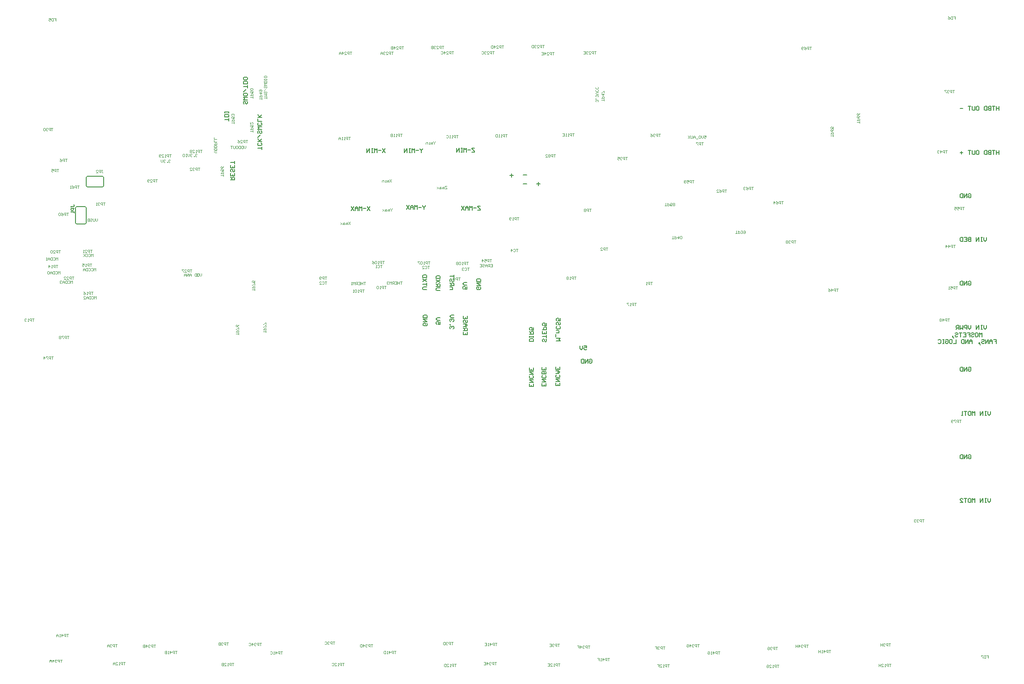
<source format=gbo>
G04*
G04 #@! TF.GenerationSoftware,Altium Limited,Altium Designer,19.0.12 (326)*
G04*
G04 Layer_Color=32896*
%FSLAX25Y25*%
%MOIN*%
G70*
G01*
G75*
%ADD18C,0.00400*%
%ADD19C,0.00500*%
%ADD26C,0.00600*%
G54D18*
X363229Y345340D02*
X364562D01*
Y343341D01*
X363229D01*
X364562Y344340D02*
X363896D01*
X362563Y343341D02*
Y345340D01*
X361563D01*
X361230Y345007D01*
Y344340D01*
X361563Y344007D01*
X362563D01*
X361896D02*
X361230Y343341D01*
X360563D02*
Y344674D01*
X359897Y345340D01*
X359230Y344674D01*
Y343341D01*
Y344340D01*
X360563D01*
X357231Y345007D02*
X357564Y345340D01*
X358231D01*
X358564Y345007D01*
Y344674D01*
X358231Y344340D01*
X357564D01*
X357231Y344007D01*
Y343674D01*
X357564Y343341D01*
X358231D01*
X358564Y343674D01*
X355232Y345340D02*
X356565D01*
Y343341D01*
X355232D01*
X356565Y344340D02*
X355898D01*
X147764Y338343D02*
Y337010D01*
X147097Y336343D01*
X146431Y337010D01*
Y338343D01*
X145764D02*
Y336343D01*
X144765D01*
X144431Y336677D01*
Y338010D01*
X144765Y338343D01*
X145764D01*
X143765D02*
Y336343D01*
X142765D01*
X142432Y336677D01*
Y338010D01*
X142765Y338343D01*
X143765D01*
X139766Y336343D02*
Y337676D01*
X139100Y338343D01*
X138433Y337676D01*
Y336343D01*
Y337343D01*
X139766D01*
X137767Y336343D02*
Y338343D01*
X136434Y336343D01*
Y338343D01*
X135768Y336343D02*
Y337676D01*
X135101Y338343D01*
X134435Y337676D01*
Y336343D01*
Y337343D01*
X135768D01*
X443380Y466727D02*
X443713Y467060D01*
Y467726D01*
X443380Y468060D01*
X443047D01*
X442714Y467726D01*
Y467393D01*
Y467726D01*
X442380Y468060D01*
X442047D01*
X441714Y467726D01*
Y467060D01*
X442047Y466727D01*
X441714Y468726D02*
X442047D01*
Y469059D01*
X441714D01*
Y468726D01*
X443380Y470392D02*
X443713Y470725D01*
Y471392D01*
X443380Y471725D01*
X443047D01*
X442714Y471392D01*
Y471059D01*
Y471392D01*
X442380Y471725D01*
X442047D01*
X441714Y471392D01*
Y470725D01*
X442047Y470392D01*
X443713Y472392D02*
X442380D01*
X441714Y473058D01*
X442380Y473725D01*
X443713D01*
X443380Y475724D02*
X443713Y475391D01*
Y474724D01*
X443380Y474391D01*
X442047D01*
X441714Y474724D01*
Y475391D01*
X442047Y475724D01*
X443380Y477723D02*
X443713Y477390D01*
Y476723D01*
X443380Y476390D01*
X442047D01*
X441714Y476723D01*
Y477390D01*
X442047Y477723D01*
X522749Y441426D02*
X524082D01*
Y440426D01*
X523416Y440760D01*
X523082D01*
X522749Y440426D01*
Y439760D01*
X523082Y439427D01*
X523749D01*
X524082Y439760D01*
X522083Y441426D02*
Y440093D01*
X521416Y439427D01*
X520750Y440093D01*
Y441426D01*
X520083Y441093D02*
X519750Y441426D01*
X519084D01*
X518750Y441093D01*
Y439760D01*
X519084Y439427D01*
X519750D01*
X520083Y439760D01*
Y441093D01*
X518084Y439093D02*
X516751D01*
X516085Y439427D02*
Y440760D01*
X515418Y441426D01*
X514752Y440760D01*
Y439427D01*
Y440426D01*
X516085D01*
X514085Y441426D02*
Y439760D01*
X513752Y439427D01*
X513086D01*
X512752Y439760D01*
Y441426D01*
X512086D02*
X510753Y439427D01*
Y441426D02*
X512086Y439427D01*
X383591Y356551D02*
X382258D01*
X382924D01*
Y354552D01*
X380258Y356218D02*
X380592Y356551D01*
X381258D01*
X381591Y356218D01*
Y354885D01*
X381258Y354552D01*
X380592D01*
X380258Y354885D01*
X378592Y354552D02*
Y356551D01*
X379592Y355552D01*
X378259D01*
X347272Y342673D02*
X345939D01*
X346605D01*
Y340674D01*
X343939Y342340D02*
X344273Y342673D01*
X344939D01*
X345272Y342340D01*
Y341007D01*
X344939Y340674D01*
X344273D01*
X343939Y341007D01*
X343273Y342340D02*
X342940Y342673D01*
X342273D01*
X341940Y342340D01*
Y342007D01*
X342273Y341674D01*
X342606D01*
X342273D01*
X341940Y341340D01*
Y341007D01*
X342273Y340674D01*
X342940D01*
X343273Y341007D01*
X282360Y344706D02*
X281027D01*
X281694D01*
Y342707D01*
X279028Y344373D02*
X279361Y344706D01*
X280027D01*
X280361Y344373D01*
Y343040D01*
X280027Y342707D01*
X279361D01*
X279028Y343040D01*
X278361Y342707D02*
X277695D01*
X278028D01*
Y344706D01*
X278361Y344373D01*
X317646Y344051D02*
X316313D01*
X316979D01*
Y342052D01*
X314313Y343718D02*
X314647Y344051D01*
X315313D01*
X315646Y343718D01*
Y342385D01*
X315313Y342052D01*
X314647D01*
X314313Y342385D01*
X312314Y342052D02*
X313647D01*
X312314Y343385D01*
Y343718D01*
X312647Y344051D01*
X313314D01*
X313647Y343718D01*
X269802Y331914D02*
X268469D01*
X269135D01*
Y329915D01*
X267803Y331914D02*
Y329915D01*
Y330914D01*
X266470D01*
Y331914D01*
Y329915D01*
X264470Y331914D02*
X265803D01*
Y329915D01*
X264470D01*
X265803Y330914D02*
X265137D01*
X263804Y329915D02*
Y331914D01*
X262804D01*
X262471Y331581D01*
Y330914D01*
X262804Y330581D01*
X263804D01*
X263138D02*
X262471Y329915D01*
X261805D02*
Y331914D01*
X261138Y331248D01*
X260472Y331914D01*
Y329915D01*
X259805D02*
X259139D01*
X259472D01*
Y331914D01*
X259805Y331581D01*
X240874Y332142D02*
X239541D01*
X240208D01*
Y330143D01*
X237542Y331809D02*
X237875Y332142D01*
X238541D01*
X238875Y331809D01*
Y330476D01*
X238541Y330143D01*
X237875D01*
X237542Y330476D01*
X235542Y330143D02*
X236875D01*
X235542Y331475D01*
Y331809D01*
X235876Y332142D01*
X236542D01*
X236875Y331809D01*
X297258Y332382D02*
X295925D01*
X296591D01*
Y330383D01*
X295259Y332382D02*
Y330383D01*
Y331382D01*
X293926D01*
Y332382D01*
Y330383D01*
X291926Y332382D02*
X293259D01*
Y330383D01*
X291926D01*
X293259Y331382D02*
X292593D01*
X291260Y330383D02*
Y332382D01*
X290260D01*
X289927Y332049D01*
Y331382D01*
X290260Y331049D01*
X291260D01*
X290594D02*
X289927Y330383D01*
X289261D02*
Y332382D01*
X288594Y331716D01*
X287928Y332382D01*
Y330383D01*
X287261Y332049D02*
X286928Y332382D01*
X286262D01*
X285928Y332049D01*
Y331716D01*
X286262Y331382D01*
X286595D01*
X286262D01*
X285928Y331049D01*
Y330716D01*
X286262Y330383D01*
X286928D01*
X287261Y330716D01*
X69783Y379366D02*
Y378033D01*
X69117Y377367D01*
X68450Y378033D01*
Y379366D01*
X67784D02*
Y377700D01*
X67451Y377367D01*
X66784D01*
X66451Y377700D01*
Y379366D01*
X64452Y379033D02*
X64785Y379366D01*
X65452D01*
X65785Y379033D01*
Y378700D01*
X65452Y378367D01*
X64785D01*
X64452Y378033D01*
Y377700D01*
X64785Y377367D01*
X65452D01*
X65785Y377700D01*
X63785Y379366D02*
Y377367D01*
X62786D01*
X62453Y377700D01*
Y378033D01*
X62786Y378367D01*
X63785D01*
X62786D01*
X62453Y378700D01*
Y379033D01*
X62786Y379366D01*
X63785D01*
X66563Y351009D02*
Y353008D01*
X65896Y352342D01*
X65230Y353008D01*
Y351009D01*
X63231Y352675D02*
X63564Y353008D01*
X64230D01*
X64564Y352675D01*
Y351342D01*
X64230Y351009D01*
X63564D01*
X63231Y351342D01*
X61231Y352675D02*
X61565Y353008D01*
X62231D01*
X62564Y352675D01*
Y351342D01*
X62231Y351009D01*
X61565D01*
X61231Y351342D01*
X60565Y353008D02*
Y351009D01*
Y351675D01*
X59232Y353008D01*
X60232Y352008D01*
X59232Y351009D01*
X68433Y340280D02*
Y342280D01*
X67767Y341613D01*
X67100Y342280D01*
Y340280D01*
X65101Y341947D02*
X65434Y342280D01*
X66101D01*
X66434Y341947D01*
Y340614D01*
X66101Y340280D01*
X65434D01*
X65101Y340614D01*
X63101Y341947D02*
X63435Y342280D01*
X64101D01*
X64434Y341947D01*
Y340614D01*
X64101Y340280D01*
X63435D01*
X63101Y340614D01*
X62435Y342280D02*
Y340280D01*
X61435D01*
X61102Y340614D01*
Y341947D01*
X61435Y342280D01*
X62435D01*
X60436Y340280D02*
Y341613D01*
X59769Y342280D01*
X59103Y341613D01*
Y340280D01*
Y341280D01*
X60436D01*
X40382Y348154D02*
Y350154D01*
X39715Y349487D01*
X39049Y350154D01*
Y348154D01*
X37050Y349820D02*
X37383Y350154D01*
X38049D01*
X38383Y349820D01*
Y348488D01*
X38049Y348154D01*
X37383D01*
X37050Y348488D01*
X36383Y350154D02*
Y348154D01*
X35383D01*
X35050Y348488D01*
Y349820D01*
X35383Y350154D01*
X36383D01*
X34384Y348154D02*
Y349487D01*
X33717Y350154D01*
X33051Y349487D01*
Y348154D01*
Y349154D01*
X34384D01*
X32384Y348154D02*
X31718D01*
X32051D01*
Y350154D01*
X32384Y349820D01*
X41858Y337820D02*
Y339819D01*
X41192Y339153D01*
X40525Y339819D01*
Y337820D01*
X38526Y339486D02*
X38859Y339819D01*
X39526D01*
X39859Y339486D01*
Y338153D01*
X39526Y337820D01*
X38859D01*
X38526Y338153D01*
X37859Y339819D02*
Y337820D01*
X36860D01*
X36527Y338153D01*
Y339486D01*
X36860Y339819D01*
X37859D01*
X35860Y337820D02*
Y339153D01*
X35194Y339819D01*
X34527Y339153D01*
Y337820D01*
Y338819D01*
X35860D01*
X33861Y339486D02*
X33528Y339819D01*
X32861D01*
X32528Y339486D01*
Y338153D01*
X32861Y337820D01*
X33528D01*
X33861Y338153D01*
Y339486D01*
X51209Y330832D02*
Y332831D01*
X50542Y332165D01*
X49876Y332831D01*
Y330832D01*
X47876Y332498D02*
X48210Y332831D01*
X48876D01*
X49209Y332498D01*
Y331165D01*
X48876Y330832D01*
X48210D01*
X47876Y331165D01*
X47210Y332831D02*
Y330832D01*
X46210D01*
X45877Y331165D01*
Y332498D01*
X46210Y332831D01*
X47210D01*
X45211Y330832D02*
Y332165D01*
X44544Y332831D01*
X43878Y332165D01*
Y330832D01*
Y331831D01*
X45211D01*
X43211Y332498D02*
X42878Y332831D01*
X42211D01*
X41878Y332498D01*
Y332165D01*
X42211Y331831D01*
X42545D01*
X42211D01*
X41878Y331498D01*
Y331165D01*
X42211Y330832D01*
X42878D01*
X43211Y331165D01*
X68827Y319316D02*
Y321315D01*
X68160Y320649D01*
X67494Y321315D01*
Y319316D01*
X65495Y320982D02*
X65828Y321315D01*
X66494D01*
X66827Y320982D01*
Y319649D01*
X66494Y319316D01*
X65828D01*
X65495Y319649D01*
X64828Y321315D02*
Y319316D01*
X63828D01*
X63495Y319649D01*
Y320982D01*
X63828Y321315D01*
X64828D01*
X62829Y319316D02*
Y320649D01*
X62162Y321315D01*
X61496Y320649D01*
Y319316D01*
Y320316D01*
X62829D01*
X59496Y319316D02*
X60829D01*
X59496Y320649D01*
Y320982D01*
X59830Y321315D01*
X60496D01*
X60829Y320982D01*
X124106Y423028D02*
X123773Y423361D01*
X123107D01*
X122773Y423028D01*
Y422695D01*
X123107Y422362D01*
X123440D01*
X123107D01*
X122773Y422029D01*
Y421695D01*
X123107Y421362D01*
X123773D01*
X124106Y421695D01*
X122107Y421362D02*
Y421695D01*
X121774D01*
Y421362D01*
X122107D01*
X120441Y423028D02*
X120107Y423361D01*
X119441D01*
X119108Y423028D01*
Y422695D01*
X119441Y422362D01*
X119774D01*
X119441D01*
X119108Y422029D01*
Y421695D01*
X119441Y421362D01*
X120107D01*
X120441Y421695D01*
X118441Y423361D02*
Y422029D01*
X117775Y421362D01*
X117109Y422029D01*
Y423361D01*
X144291Y427163D02*
X143958Y427496D01*
X143292D01*
X142958Y427163D01*
Y426830D01*
X143292Y426497D01*
X143625D01*
X143292D01*
X142958Y426163D01*
Y425830D01*
X143292Y425497D01*
X143958D01*
X144291Y425830D01*
X142292Y425497D02*
Y425830D01*
X141959D01*
Y425497D01*
X142292D01*
X140626Y427163D02*
X140293Y427496D01*
X139626D01*
X139293Y427163D01*
Y426830D01*
X139626Y426497D01*
X139959D01*
X139626D01*
X139293Y426163D01*
Y425830D01*
X139626Y425497D01*
X140293D01*
X140626Y425830D01*
X138627Y427496D02*
Y426163D01*
X137960Y425497D01*
X137294Y426163D01*
Y427496D01*
X136627D02*
X135961D01*
X136294D01*
Y425497D01*
X136627D01*
X135961D01*
X133961Y427496D02*
X134628D01*
X134961Y427163D01*
Y425830D01*
X134628Y425497D01*
X133961D01*
X133628Y425830D01*
Y427163D01*
X133961Y427496D01*
X158889Y428647D02*
X157556D01*
X156890Y429313D01*
X157556Y429979D01*
X158889D01*
Y430646D02*
X156890D01*
Y431645D01*
X157223Y431979D01*
X158556D01*
X158889Y431645D01*
Y430646D01*
Y432645D02*
X156890D01*
Y433645D01*
X157223Y433978D01*
X158556D01*
X158889Y433645D01*
Y432645D01*
X156890Y434645D02*
X158889D01*
Y435644D01*
X158556Y435977D01*
X157889D01*
X157556Y435644D01*
Y434645D01*
X158889Y436644D02*
X156890D01*
Y437977D01*
X158889Y438643D02*
X156890D01*
Y439976D01*
X180570Y433470D02*
Y432137D01*
X179903Y431471D01*
X179237Y432137D01*
Y433470D01*
X178571D02*
Y431471D01*
X177571D01*
X177238Y431804D01*
Y433137D01*
X177571Y433470D01*
X178571D01*
X176571D02*
Y431471D01*
X175572D01*
X175238Y431804D01*
Y433137D01*
X175572Y433470D01*
X176571D01*
X173572D02*
X174239D01*
X174572Y433137D01*
Y431804D01*
X174239Y431471D01*
X173572D01*
X173239Y431804D01*
Y433137D01*
X173572Y433470D01*
X172573D02*
Y431804D01*
X172239Y431471D01*
X171573D01*
X171240Y431804D01*
Y433470D01*
X170573D02*
X169240D01*
X169907D01*
Y431471D01*
X330701Y403480D02*
X329368D01*
Y403146D01*
X330701Y401814D01*
Y401480D01*
X329368D01*
X328701D02*
Y402813D01*
X328368D01*
X328035Y402480D01*
Y401480D01*
Y402480D01*
X327702Y402813D01*
X327368Y402480D01*
Y401480D01*
X326369Y402813D02*
X325702D01*
X325369Y402480D01*
Y401480D01*
X326369D01*
X326702Y401814D01*
X326369Y402147D01*
X325369D01*
X324703Y402813D02*
X323370Y401480D01*
X324036Y402147D01*
X323370Y402813D01*
X324703Y401480D01*
X289890Y387063D02*
Y386730D01*
X289223Y386064D01*
X288557Y386730D01*
Y387063D01*
X289223Y386064D02*
Y385064D01*
X287890D02*
Y386397D01*
X287557D01*
X287224Y386064D01*
Y385064D01*
Y386064D01*
X286891Y386397D01*
X286558Y386064D01*
Y385064D01*
X285558Y386397D02*
X284891D01*
X284558Y386064D01*
Y385064D01*
X285558D01*
X285891Y385397D01*
X285558Y385730D01*
X284558D01*
X283892Y386397D02*
X282559Y385064D01*
X283225Y385730D01*
X282559Y386397D01*
X283892Y385064D01*
X321976Y436965D02*
Y436631D01*
X321310Y435965D01*
X320643Y436631D01*
Y436965D01*
X321310Y435965D02*
Y434965D01*
X319977D02*
Y436298D01*
X319644D01*
X319310Y435965D01*
Y434965D01*
Y435965D01*
X318977Y436298D01*
X318644Y435965D01*
Y434965D01*
X317978D02*
X317311D01*
X317644D01*
Y436298D01*
X317978D01*
X316312Y434965D02*
Y436298D01*
X315312D01*
X314979Y435965D01*
Y434965D01*
X258591Y376827D02*
X257258Y374828D01*
Y376827D02*
X258591Y374828D01*
X256591D02*
Y376161D01*
X256258D01*
X255925Y375827D01*
Y374828D01*
Y375827D01*
X255592Y376161D01*
X255258Y375827D01*
Y374828D01*
X254259Y376161D02*
X253592D01*
X253259Y375827D01*
Y374828D01*
X254259D01*
X254592Y375161D01*
X254259Y375494D01*
X253259D01*
X252592Y376161D02*
X251260Y374828D01*
X251926Y375494D01*
X251260Y376161D01*
X252592Y374828D01*
X289398Y408520D02*
X288065Y406521D01*
Y408520D02*
X289398Y406521D01*
X287398D02*
Y407853D01*
X287065D01*
X286732Y407520D01*
Y406521D01*
Y407520D01*
X286399Y407853D01*
X286065Y407520D01*
Y406521D01*
X285399D02*
X284733D01*
X285066D01*
Y407853D01*
X285399D01*
X283733Y406521D02*
Y407853D01*
X282733D01*
X282400Y407520D01*
Y406521D01*
X196297Y469067D02*
Y470400D01*
Y469733D01*
X194298D01*
Y471066D02*
X196297D01*
X195631Y471733D01*
X196297Y472399D01*
X194298D01*
X195964Y474398D02*
X196297Y474065D01*
Y473399D01*
X195964Y473065D01*
X195631D01*
X195298Y473399D01*
Y474065D01*
X194964Y474398D01*
X194631D01*
X194298Y474065D01*
Y473399D01*
X194631Y473065D01*
X194298Y475065D02*
X195631Y476398D01*
X195964Y478397D02*
X196297Y478064D01*
Y477397D01*
X195964Y477064D01*
X195631D01*
X195298Y477397D01*
Y478064D01*
X194964Y478397D01*
X194631D01*
X194298Y478064D01*
Y477397D01*
X194631Y477064D01*
X196297Y479064D02*
X194298D01*
X194964Y479730D01*
X194298Y480396D01*
X196297D01*
Y481063D02*
X194298D01*
Y482062D01*
X194631Y482396D01*
X195964D01*
X196297Y482062D01*
Y481063D01*
Y483062D02*
Y483729D01*
Y483395D01*
X194298D01*
Y483062D01*
Y483729D01*
X196297Y485728D02*
Y485062D01*
X195964Y484728D01*
X194631D01*
X194298Y485062D01*
Y485728D01*
X194631Y486061D01*
X195964D01*
X196297Y485728D01*
X733167Y52908D02*
X734500D01*
Y51908D01*
X733834D01*
X734500D01*
Y50909D01*
X732501Y52908D02*
Y50909D01*
X731501D01*
X731168Y51242D01*
Y52575D01*
X731501Y52908D01*
X732501D01*
X730501D02*
X729168D01*
Y52575D01*
X730501Y51242D01*
Y50909D01*
X708567Y530408D02*
X709900D01*
Y529408D01*
X709234D01*
X709900D01*
Y528409D01*
X707901Y530408D02*
Y528409D01*
X706901D01*
X706568Y528742D01*
Y530075D01*
X706901Y530408D01*
X707901D01*
X704568D02*
X705235Y530075D01*
X705901Y529408D01*
Y528742D01*
X705568Y528409D01*
X704902D01*
X704568Y528742D01*
Y529075D01*
X704902Y529408D01*
X705901D01*
X37667Y529008D02*
X39000D01*
Y528008D01*
X38333D01*
X39000D01*
Y527009D01*
X37001Y529008D02*
Y527009D01*
X36001D01*
X35668Y527342D01*
Y528675D01*
X36001Y529008D01*
X37001D01*
X33668D02*
X35001D01*
Y528008D01*
X34335Y528342D01*
X34002D01*
X33668Y528008D01*
Y527342D01*
X34002Y527009D01*
X34668D01*
X35001Y527342D01*
X410748Y503748D02*
X409415D01*
X410081D01*
Y501749D01*
X408749D02*
Y503748D01*
X407749D01*
X407416Y503415D01*
Y502748D01*
X407749Y502415D01*
X408749D01*
X405416Y501749D02*
X406749D01*
X405416Y503082D01*
Y503415D01*
X405750Y503748D01*
X406416D01*
X406749Y503415D01*
X403750Y501749D02*
Y503748D01*
X404750Y502748D01*
X403417D01*
X401418Y503748D02*
X402751D01*
Y501749D01*
X401418D01*
X402751Y502748D02*
X402084D01*
X373074Y508428D02*
X371741D01*
X372408D01*
Y506429D01*
X371075D02*
Y508428D01*
X370075D01*
X369742Y508095D01*
Y507428D01*
X370075Y507095D01*
X371075D01*
X367742Y506429D02*
X369075D01*
X367742Y507762D01*
Y508095D01*
X368076Y508428D01*
X368742D01*
X369075Y508095D01*
X366076Y506429D02*
Y508428D01*
X367076Y507428D01*
X365743D01*
X365077Y508428D02*
Y506429D01*
X364077D01*
X363744Y506762D01*
Y508095D01*
X364077Y508428D01*
X365077D01*
X335634Y504294D02*
X334301D01*
X334967D01*
Y502295D01*
X333635D02*
Y504294D01*
X332635D01*
X332302Y503961D01*
Y503294D01*
X332635Y502961D01*
X333635D01*
X330302Y502295D02*
X331635D01*
X330302Y503628D01*
Y503961D01*
X330636Y504294D01*
X331302D01*
X331635Y503961D01*
X328636Y502295D02*
Y504294D01*
X329636Y503294D01*
X328303D01*
X326304Y503961D02*
X326637Y504294D01*
X327303D01*
X327637Y503961D01*
Y502628D01*
X327303Y502295D01*
X326637D01*
X326304Y502628D01*
X298272Y507960D02*
X296939D01*
X297605D01*
Y505961D01*
X296273D02*
Y507960D01*
X295273D01*
X294940Y507627D01*
Y506960D01*
X295273Y506627D01*
X296273D01*
X292940Y505961D02*
X294273D01*
X292940Y507294D01*
Y507627D01*
X293274Y507960D01*
X293940D01*
X294273Y507627D01*
X291274Y505961D02*
Y507960D01*
X292274Y506960D01*
X290941D01*
X290275Y507960D02*
Y505961D01*
X289275D01*
X288942Y506294D01*
Y506627D01*
X289275Y506960D01*
X290275D01*
X289275D01*
X288942Y507294D01*
Y507627D01*
X289275Y507960D01*
X290275D01*
X259740Y503826D02*
X258407D01*
X259073D01*
Y501827D01*
X257741D02*
Y503826D01*
X256741D01*
X256408Y503493D01*
Y502826D01*
X256741Y502493D01*
X257741D01*
X254408Y501827D02*
X255741D01*
X254408Y503160D01*
Y503493D01*
X254742Y503826D01*
X255408D01*
X255741Y503493D01*
X252742Y501827D02*
Y503826D01*
X253742Y502826D01*
X252409D01*
X251743Y501827D02*
Y503160D01*
X251076Y503826D01*
X250410Y503160D01*
Y501827D01*
Y502826D01*
X251743D01*
X441792Y504138D02*
X440459D01*
X441125D01*
Y502139D01*
X439793D02*
Y504138D01*
X438793D01*
X438460Y503805D01*
Y503138D01*
X438793Y502805D01*
X439793D01*
X436460Y502139D02*
X437793D01*
X436460Y503472D01*
Y503805D01*
X436794Y504138D01*
X437460D01*
X437793Y503805D01*
X435794D02*
X435461Y504138D01*
X434794D01*
X434461Y503805D01*
Y503472D01*
X434794Y503138D01*
X435127D01*
X434794D01*
X434461Y502805D01*
Y502472D01*
X434794Y502139D01*
X435461D01*
X435794Y502472D01*
X432462Y504138D02*
X433795D01*
Y502139D01*
X432462D01*
X433795Y503138D02*
X433128D01*
X403182Y509052D02*
X401849D01*
X402516D01*
Y507053D01*
X401183D02*
Y509052D01*
X400183D01*
X399850Y508719D01*
Y508052D01*
X400183Y507719D01*
X401183D01*
X397850Y507053D02*
X399183D01*
X397850Y508386D01*
Y508719D01*
X398184Y509052D01*
X398850D01*
X399183Y508719D01*
X397184D02*
X396851Y509052D01*
X396184D01*
X395851Y508719D01*
Y508386D01*
X396184Y508052D01*
X396517D01*
X396184D01*
X395851Y507719D01*
Y507386D01*
X396184Y507053D01*
X396851D01*
X397184Y507386D01*
X395185Y509052D02*
Y507053D01*
X394185D01*
X393852Y507386D01*
Y508719D01*
X394185Y509052D01*
X395185D01*
X365976Y504216D02*
X364643D01*
X365310D01*
Y502217D01*
X363977D02*
Y504216D01*
X362977D01*
X362644Y503883D01*
Y503216D01*
X362977Y502883D01*
X363977D01*
X360644Y502217D02*
X361977D01*
X360644Y503550D01*
Y503883D01*
X360978Y504216D01*
X361644D01*
X361977Y503883D01*
X359978D02*
X359645Y504216D01*
X358978D01*
X358645Y503883D01*
Y503550D01*
X358978Y503216D01*
X359312D01*
X358978D01*
X358645Y502883D01*
Y502550D01*
X358978Y502217D01*
X359645D01*
X359978Y502550D01*
X356646Y503883D02*
X356979Y504216D01*
X357645D01*
X357979Y503883D01*
Y502550D01*
X357645Y502217D01*
X356979D01*
X356646Y502550D01*
X328146Y508272D02*
X326813D01*
X327480D01*
Y506273D01*
X326147D02*
Y508272D01*
X325147D01*
X324814Y507939D01*
Y507272D01*
X325147Y506939D01*
X326147D01*
X322814Y506273D02*
X324147D01*
X322814Y507606D01*
Y507939D01*
X323148Y508272D01*
X323814D01*
X324147Y507939D01*
X322148D02*
X321815Y508272D01*
X321148D01*
X320815Y507939D01*
Y507606D01*
X321148Y507272D01*
X321481D01*
X321148D01*
X320815Y506939D01*
Y506606D01*
X321148Y506273D01*
X321815D01*
X322148Y506606D01*
X320149Y508272D02*
Y506273D01*
X319149D01*
X318816Y506606D01*
Y506939D01*
X319149Y507272D01*
X320149D01*
X319149D01*
X318816Y507606D01*
Y507939D01*
X319149Y508272D01*
X320149D01*
X290550Y503982D02*
X289217D01*
X289883D01*
Y501983D01*
X288551D02*
Y503982D01*
X287551D01*
X287218Y503649D01*
Y502982D01*
X287551Y502649D01*
X288551D01*
X285218Y501983D02*
X286551D01*
X285218Y503316D01*
Y503649D01*
X285552Y503982D01*
X286218D01*
X286551Y503649D01*
X284552D02*
X284219Y503982D01*
X283552D01*
X283219Y503649D01*
Y503316D01*
X283552Y502982D01*
X283886D01*
X283552D01*
X283219Y502649D01*
Y502316D01*
X283552Y501983D01*
X284219D01*
X284552Y502316D01*
X282553Y501983D02*
Y503316D01*
X281886Y503982D01*
X281220Y503316D01*
Y501983D01*
Y502982D01*
X282553D01*
X425646Y442830D02*
X424313D01*
X424979D01*
Y440831D01*
X423647D02*
Y442830D01*
X422647D01*
X422314Y442497D01*
Y441830D01*
X422647Y441497D01*
X423647D01*
X421647Y440831D02*
X420981D01*
X421314D01*
Y442830D01*
X421647Y442497D01*
X419981Y440831D02*
X419315D01*
X419648D01*
Y442830D01*
X419981Y442497D01*
X416982Y442830D02*
X418315D01*
Y440831D01*
X416982D01*
X418315Y441830D02*
X417649D01*
X375648Y442128D02*
X374315D01*
X374981D01*
Y440129D01*
X373649D02*
Y442128D01*
X372649D01*
X372316Y441795D01*
Y441128D01*
X372649Y440795D01*
X373649D01*
X371649Y440129D02*
X370983D01*
X371316D01*
Y442128D01*
X371649Y441795D01*
X369983Y440129D02*
X369317D01*
X369650D01*
Y442128D01*
X369983Y441795D01*
X368317Y442128D02*
Y440129D01*
X367317D01*
X366984Y440462D01*
Y441795D01*
X367317Y442128D01*
X368317D01*
X338988Y441738D02*
X337655D01*
X338321D01*
Y439739D01*
X336989D02*
Y441738D01*
X335989D01*
X335656Y441405D01*
Y440738D01*
X335989Y440405D01*
X336989D01*
X334989Y439739D02*
X334323D01*
X334656D01*
Y441738D01*
X334989Y441405D01*
X333323Y439739D02*
X332657D01*
X332990D01*
Y441738D01*
X333323Y441405D01*
X330324D02*
X330657Y441738D01*
X331324D01*
X331657Y441405D01*
Y440072D01*
X331324Y439739D01*
X330657D01*
X330324Y440072D01*
X297102Y442752D02*
X295769D01*
X296435D01*
Y440753D01*
X295103D02*
Y442752D01*
X294103D01*
X293770Y442419D01*
Y441752D01*
X294103Y441419D01*
X295103D01*
X293103Y440753D02*
X292437D01*
X292770D01*
Y442752D01*
X293103Y442419D01*
X291437Y440753D02*
X290771D01*
X291104D01*
Y442752D01*
X291437Y442419D01*
X289771Y442752D02*
Y440753D01*
X288771D01*
X288438Y441086D01*
Y441419D01*
X288771Y441752D01*
X289771D01*
X288771D01*
X288438Y442086D01*
Y442419D01*
X288771Y442752D01*
X289771D01*
X258492Y440334D02*
X257159D01*
X257825D01*
Y438335D01*
X256493D02*
Y440334D01*
X255493D01*
X255160Y440001D01*
Y439334D01*
X255493Y439001D01*
X256493D01*
X254493Y438335D02*
X253827D01*
X254160D01*
Y440334D01*
X254493Y440001D01*
X252827Y438335D02*
X252161D01*
X252494D01*
Y440334D01*
X252827Y440001D01*
X251161Y438335D02*
Y439668D01*
X250495Y440334D01*
X249828Y439668D01*
Y438335D01*
Y439334D01*
X251161D01*
X617000Y56908D02*
X615667D01*
X616333D01*
Y54909D01*
X615001D02*
Y56908D01*
X614001D01*
X613668Y56575D01*
Y55908D01*
X614001Y55575D01*
X615001D01*
X612002Y54909D02*
Y56908D01*
X613001Y55908D01*
X611668D01*
X611002Y54909D02*
X610335D01*
X610669D01*
Y56908D01*
X611002Y56575D01*
X609336Y56908D02*
Y54909D01*
Y55908D01*
X608003D01*
Y56908D01*
Y54909D01*
X534300Y56008D02*
X532967D01*
X533634D01*
Y54009D01*
X532301D02*
Y56008D01*
X531301D01*
X530968Y55675D01*
Y55008D01*
X531301Y54675D01*
X532301D01*
X529302Y54009D02*
Y56008D01*
X530301Y55008D01*
X528968D01*
X528302Y54009D02*
X527635D01*
X527969D01*
Y56008D01*
X528302Y55675D01*
X525303D02*
X525636Y56008D01*
X526302D01*
X526636Y55675D01*
Y54342D01*
X526302Y54009D01*
X525636D01*
X525303Y54342D01*
Y55008D01*
X525969D01*
X451986Y50898D02*
X450653D01*
X451320D01*
Y48899D01*
X449987D02*
Y50898D01*
X448987D01*
X448654Y50565D01*
Y49898D01*
X448987Y49565D01*
X449987D01*
X446988Y48899D02*
Y50898D01*
X447987Y49898D01*
X446654D01*
X445988Y48899D02*
X445322D01*
X445655D01*
Y50898D01*
X445988Y50565D01*
X442989Y50898D02*
X444322D01*
Y49898D01*
X443655D01*
X444322D01*
Y48899D01*
X367771Y62269D02*
X366438D01*
X367104D01*
Y60270D01*
X365771D02*
Y62269D01*
X364772D01*
X364438Y61936D01*
Y61269D01*
X364772Y60936D01*
X365771D01*
X362772Y60270D02*
Y62269D01*
X363772Y61269D01*
X362439D01*
X361772Y60270D02*
X361106D01*
X361439D01*
Y62269D01*
X361772Y61936D01*
X358773Y62269D02*
X360106D01*
Y60270D01*
X358773D01*
X360106Y61269D02*
X359440D01*
X292506Y56265D02*
X291173D01*
X291839D01*
Y54266D01*
X290506D02*
Y56265D01*
X289507D01*
X289173Y55932D01*
Y55266D01*
X289507Y54932D01*
X290506D01*
X287507Y54266D02*
Y56265D01*
X288507Y55266D01*
X287174D01*
X286508Y54266D02*
X285841D01*
X286174D01*
Y56265D01*
X286508Y55932D01*
X284841Y56265D02*
Y54266D01*
X283842D01*
X283509Y54599D01*
Y55932D01*
X283842Y56265D01*
X284841D01*
X207931Y55801D02*
X206598D01*
X207265D01*
Y53802D01*
X205932D02*
Y55801D01*
X204932D01*
X204599Y55468D01*
Y54802D01*
X204932Y54469D01*
X205932D01*
X202933Y53802D02*
Y55801D01*
X203932Y54802D01*
X202600D01*
X201933Y53802D02*
X201267D01*
X201600D01*
Y55801D01*
X201933Y55468D01*
X198934D02*
X199267Y55801D01*
X199934D01*
X200267Y55468D01*
Y54135D01*
X199934Y53802D01*
X199267D01*
X198934Y54135D01*
X129390Y56187D02*
X128057D01*
X128724D01*
Y54188D01*
X127391D02*
Y56187D01*
X126391D01*
X126058Y55854D01*
Y55188D01*
X126391Y54854D01*
X127391D01*
X124392Y54188D02*
Y56187D01*
X125392Y55188D01*
X124059D01*
X123392Y54188D02*
X122726D01*
X123059D01*
Y56187D01*
X123392Y55854D01*
X121726Y56187D02*
Y54188D01*
X120727D01*
X120393Y54521D01*
Y54854D01*
X120727Y55188D01*
X121726D01*
X120727D01*
X120393Y55521D01*
Y55854D01*
X120727Y56187D01*
X121726D01*
X48128Y68901D02*
X46795D01*
X47461D01*
Y66902D01*
X46128D02*
Y68901D01*
X45129D01*
X44795Y68568D01*
Y67902D01*
X45129Y67568D01*
X46128D01*
X43129Y66902D02*
Y68901D01*
X44129Y67902D01*
X42796D01*
X42130Y66902D02*
X41463D01*
X41796D01*
Y68901D01*
X42130Y68568D01*
X40464Y66902D02*
Y68235D01*
X39797Y68901D01*
X39131Y68235D01*
Y66902D01*
Y67902D01*
X40464D01*
X600300Y60808D02*
X598967D01*
X599634D01*
Y58809D01*
X598301D02*
Y60808D01*
X597301D01*
X596968Y60475D01*
Y59808D01*
X597301Y59475D01*
X598301D01*
X596301Y60475D02*
X595968Y60808D01*
X595302D01*
X594968Y60475D01*
Y60142D01*
X595302Y59808D01*
X595635D01*
X595302D01*
X594968Y59475D01*
Y59142D01*
X595302Y58809D01*
X595968D01*
X596301Y59142D01*
X593302Y58809D02*
Y60808D01*
X594302Y59808D01*
X592969D01*
X592303Y60808D02*
Y58809D01*
Y59808D01*
X590970D01*
Y60808D01*
Y58809D01*
X518900Y61108D02*
X517567D01*
X518233D01*
Y59109D01*
X516901D02*
Y61108D01*
X515901D01*
X515568Y60775D01*
Y60108D01*
X515901Y59775D01*
X516901D01*
X514901Y60775D02*
X514568Y61108D01*
X513902D01*
X513568Y60775D01*
Y60442D01*
X513902Y60108D01*
X514235D01*
X513902D01*
X513568Y59775D01*
Y59442D01*
X513902Y59109D01*
X514568D01*
X514901Y59442D01*
X511902Y59109D02*
Y61108D01*
X512902Y60108D01*
X511569D01*
X509570Y60775D02*
X509903Y61108D01*
X510569D01*
X510903Y60775D01*
Y59442D01*
X510569Y59109D01*
X509903D01*
X509570Y59442D01*
Y60108D01*
X510236D01*
X437400Y60308D02*
X436067D01*
X436733D01*
Y58309D01*
X435401D02*
Y60308D01*
X434401D01*
X434068Y59975D01*
Y59308D01*
X434401Y58975D01*
X435401D01*
X433401Y59975D02*
X433068Y60308D01*
X432402D01*
X432068Y59975D01*
Y59642D01*
X432402Y59308D01*
X432735D01*
X432402D01*
X432068Y58975D01*
Y58642D01*
X432402Y58309D01*
X433068D01*
X433401Y58642D01*
X430402Y58309D02*
Y60308D01*
X431402Y59308D01*
X430069D01*
X428070Y60308D02*
X429403D01*
Y59308D01*
X428736D01*
X429403D01*
Y58309D01*
X367752Y48043D02*
X366419D01*
X367085D01*
Y46044D01*
X365752D02*
Y48043D01*
X364753D01*
X364419Y47710D01*
Y47043D01*
X364753Y46710D01*
X365752D01*
X363753Y47710D02*
X363420Y48043D01*
X362753D01*
X362420Y47710D01*
Y47377D01*
X362753Y47043D01*
X363087D01*
X362753D01*
X362420Y46710D01*
Y46377D01*
X362753Y46044D01*
X363420D01*
X363753Y46377D01*
X360754Y46044D02*
Y48043D01*
X361754Y47043D01*
X360421D01*
X358421Y48043D02*
X359754D01*
Y46044D01*
X358421D01*
X359754Y47043D02*
X359088D01*
X275207Y61383D02*
X273874D01*
X274540D01*
Y59384D01*
X273207D02*
Y61383D01*
X272208D01*
X271874Y61050D01*
Y60384D01*
X272208Y60050D01*
X273207D01*
X271208Y61050D02*
X270875Y61383D01*
X270208D01*
X269875Y61050D01*
Y60717D01*
X270208Y60384D01*
X270542D01*
X270208D01*
X269875Y60050D01*
Y59717D01*
X270208Y59384D01*
X270875D01*
X271208Y59717D01*
X268209Y59384D02*
Y61383D01*
X269209Y60384D01*
X267876D01*
X267209Y61383D02*
Y59384D01*
X266210D01*
X265877Y59717D01*
Y61050D01*
X266210Y61383D01*
X267209D01*
X192390Y62168D02*
X191057D01*
X191724D01*
Y60168D01*
X190391D02*
Y62168D01*
X189391D01*
X189058Y61834D01*
Y61168D01*
X189391Y60835D01*
X190391D01*
X188392Y61834D02*
X188058Y62168D01*
X187392D01*
X187059Y61834D01*
Y61501D01*
X187392Y61168D01*
X187725D01*
X187392D01*
X187059Y60835D01*
Y60501D01*
X187392Y60168D01*
X188058D01*
X188392Y60501D01*
X185393Y60168D02*
Y62168D01*
X186392Y61168D01*
X185059D01*
X183060Y61834D02*
X183393Y62168D01*
X184060D01*
X184393Y61834D01*
Y60501D01*
X184060Y60168D01*
X183393D01*
X183060Y60501D01*
X113403Y61071D02*
X112071D01*
X112737D01*
Y59072D01*
X111404D02*
Y61071D01*
X110404D01*
X110071Y60738D01*
Y60072D01*
X110404Y59738D01*
X111404D01*
X109405Y60738D02*
X109072Y61071D01*
X108405D01*
X108072Y60738D01*
Y60405D01*
X108405Y60072D01*
X108738D01*
X108405D01*
X108072Y59738D01*
Y59405D01*
X108405Y59072D01*
X109072D01*
X109405Y59405D01*
X106406Y59072D02*
Y61071D01*
X107405Y60072D01*
X106072D01*
X105406Y61071D02*
Y59072D01*
X104406D01*
X104073Y59405D01*
Y59738D01*
X104406Y60072D01*
X105406D01*
X104406D01*
X104073Y60405D01*
Y60738D01*
X104406Y61071D01*
X105406D01*
X43663Y49761D02*
X42330D01*
X42996D01*
Y47762D01*
X41664D02*
Y49761D01*
X40664D01*
X40330Y49428D01*
Y48762D01*
X40664Y48428D01*
X41664D01*
X39664Y49428D02*
X39331Y49761D01*
X38664D01*
X38331Y49428D01*
Y49095D01*
X38664Y48762D01*
X38998D01*
X38664D01*
X38331Y48428D01*
Y48095D01*
X38664Y47762D01*
X39331D01*
X39664Y48095D01*
X36665Y47762D02*
Y49761D01*
X37665Y48762D01*
X36332D01*
X35665Y47762D02*
Y49095D01*
X34999Y49761D01*
X34332Y49095D01*
Y47762D01*
Y48762D01*
X35665D01*
X661641Y62085D02*
X660308D01*
X660975D01*
Y60086D01*
X659642D02*
Y62085D01*
X658642D01*
X658309Y61752D01*
Y61086D01*
X658642Y60752D01*
X659642D01*
X657643Y61752D02*
X657309Y62085D01*
X656643D01*
X656310Y61752D01*
Y61419D01*
X656643Y61086D01*
X656976D01*
X656643D01*
X656310Y60752D01*
Y60419D01*
X656643Y60086D01*
X657309D01*
X657643Y60419D01*
X655643Y62085D02*
Y60086D01*
Y61086D01*
X654310D01*
Y62085D01*
Y60086D01*
X577167Y59121D02*
X575834D01*
X576501D01*
Y57122D01*
X575168D02*
Y59121D01*
X574168D01*
X573835Y58788D01*
Y58122D01*
X574168Y57788D01*
X575168D01*
X573169Y58788D02*
X572835Y59121D01*
X572169D01*
X571836Y58788D01*
Y58455D01*
X572169Y58122D01*
X572502D01*
X572169D01*
X571836Y57788D01*
Y57455D01*
X572169Y57122D01*
X572835D01*
X573169Y57455D01*
X569836Y58788D02*
X570169Y59121D01*
X570836D01*
X571169Y58788D01*
Y57455D01*
X570836Y57122D01*
X570169D01*
X569836Y57455D01*
Y58122D01*
X570503D01*
X493317Y59511D02*
X491984D01*
X492651D01*
Y57512D01*
X491318D02*
Y59511D01*
X490318D01*
X489985Y59178D01*
Y58512D01*
X490318Y58179D01*
X491318D01*
X489319Y59178D02*
X488985Y59511D01*
X488319D01*
X487986Y59178D01*
Y58845D01*
X488319Y58512D01*
X488652D01*
X488319D01*
X487986Y58179D01*
Y57845D01*
X488319Y57512D01*
X488985D01*
X489319Y57845D01*
X485986Y59511D02*
X487319D01*
Y58512D01*
X486653D01*
X487319D01*
Y57512D01*
X414727Y61459D02*
X413394D01*
X414060D01*
Y59460D01*
X412727D02*
Y61459D01*
X411728D01*
X411395Y61126D01*
Y60459D01*
X411728Y60126D01*
X412727D01*
X410728Y61126D02*
X410395Y61459D01*
X409728D01*
X409395Y61126D01*
Y60793D01*
X409728Y60459D01*
X410062D01*
X409728D01*
X409395Y60126D01*
Y59793D01*
X409728Y59460D01*
X410395D01*
X410728Y59793D01*
X407396Y61459D02*
X408729D01*
Y59460D01*
X407396D01*
X408729Y60459D02*
X408062D01*
X335428Y62865D02*
X334095D01*
X334761D01*
Y60866D01*
X333429D02*
Y62865D01*
X332429D01*
X332096Y62532D01*
Y61866D01*
X332429Y61532D01*
X333429D01*
X331429Y62532D02*
X331096Y62865D01*
X330430D01*
X330096Y62532D01*
Y62199D01*
X330430Y61866D01*
X330763D01*
X330430D01*
X330096Y61532D01*
Y61199D01*
X330430Y60866D01*
X331096D01*
X331429Y61199D01*
X329430Y62865D02*
Y60866D01*
X328430D01*
X328097Y61199D01*
Y62532D01*
X328430Y62865D01*
X329430D01*
X247031Y63260D02*
X245698D01*
X246365D01*
Y61260D01*
X245032D02*
Y63260D01*
X244032D01*
X243699Y62926D01*
Y62260D01*
X244032Y61927D01*
X245032D01*
X243033Y62926D02*
X242699Y63260D01*
X242033D01*
X241700Y62926D01*
Y62593D01*
X242033Y62260D01*
X242366D01*
X242033D01*
X241700Y61927D01*
Y61593D01*
X242033Y61260D01*
X242699D01*
X243033Y61593D01*
X239700Y62926D02*
X240034Y63260D01*
X240700D01*
X241033Y62926D01*
Y61593D01*
X240700Y61260D01*
X240034D01*
X239700Y61593D01*
X167710Y62631D02*
X166378D01*
X167044D01*
Y60632D01*
X165711D02*
Y62631D01*
X164711D01*
X164378Y62298D01*
Y61632D01*
X164711Y61299D01*
X165711D01*
X163712Y62298D02*
X163379Y62631D01*
X162712D01*
X162379Y62298D01*
Y61965D01*
X162712Y61632D01*
X163045D01*
X162712D01*
X162379Y61299D01*
Y60965D01*
X162712Y60632D01*
X163379D01*
X163712Y60965D01*
X161713Y62631D02*
Y60632D01*
X160713D01*
X160380Y60965D01*
Y61299D01*
X160713Y61632D01*
X161713D01*
X160713D01*
X160380Y61965D01*
Y62298D01*
X160713Y62631D01*
X161713D01*
X84476Y61383D02*
X83143D01*
X83809D01*
Y59384D01*
X82477D02*
Y61383D01*
X81477D01*
X81144Y61050D01*
Y60384D01*
X81477Y60050D01*
X82477D01*
X80477Y61050D02*
X80144Y61383D01*
X79478D01*
X79144Y61050D01*
Y60717D01*
X79478Y60384D01*
X79811D01*
X79478D01*
X79144Y60050D01*
Y59717D01*
X79478Y59384D01*
X80144D01*
X80477Y59717D01*
X78478Y59384D02*
Y60717D01*
X77811Y61383D01*
X77145Y60717D01*
Y59384D01*
Y60384D01*
X78478D01*
X686634Y154620D02*
X685301D01*
X685967D01*
Y152621D01*
X684635D02*
Y154620D01*
X683635D01*
X683302Y154287D01*
Y153620D01*
X683635Y153287D01*
X684635D01*
X682635Y154287D02*
X682302Y154620D01*
X681636D01*
X681302Y154287D01*
Y153954D01*
X681636Y153620D01*
X681969D01*
X681636D01*
X681302Y153287D01*
Y152954D01*
X681636Y152621D01*
X682302D01*
X682635Y152954D01*
X680636Y154287D02*
X680303Y154620D01*
X679636D01*
X679303Y154287D01*
Y153954D01*
X679636Y153620D01*
X679970D01*
X679636D01*
X679303Y153287D01*
Y152954D01*
X679636Y152621D01*
X680303D01*
X680636Y152954D01*
X711492Y328639D02*
X710160D01*
X710826D01*
Y326639D01*
X709493D02*
Y328639D01*
X708494D01*
X708160Y328306D01*
Y327639D01*
X708494Y327306D01*
X709493D01*
X706161Y328639D02*
X707494D01*
Y327639D01*
X706827Y327972D01*
X706494D01*
X706161Y327639D01*
Y326973D01*
X706494Y326639D01*
X707161D01*
X707494Y326973D01*
X705494Y326639D02*
X704828D01*
X705161D01*
Y328639D01*
X705494Y328306D01*
X661795Y46514D02*
X660462D01*
X661128D01*
Y44514D01*
X659795D02*
Y46514D01*
X658796D01*
X658462Y46180D01*
Y45514D01*
X658796Y45181D01*
X659795D01*
X657796Y44514D02*
X657129D01*
X657463D01*
Y46514D01*
X657796Y46180D01*
X654797Y44514D02*
X656130D01*
X654797Y45847D01*
Y46180D01*
X655130Y46514D01*
X655797D01*
X656130Y46180D01*
X654131Y46514D02*
Y44514D01*
Y45514D01*
X652798D01*
Y46514D01*
Y44514D01*
X578413Y45968D02*
X577080D01*
X577746D01*
Y43968D01*
X576413D02*
Y45968D01*
X575414D01*
X575080Y45634D01*
Y44968D01*
X575414Y44635D01*
X576413D01*
X574414Y43968D02*
X573747D01*
X574081D01*
Y45968D01*
X574414Y45634D01*
X571415Y43968D02*
X572748D01*
X571415Y45301D01*
Y45634D01*
X571748Y45968D01*
X572415D01*
X572748Y45634D01*
X569416D02*
X569749Y45968D01*
X570415D01*
X570749Y45634D01*
Y44302D01*
X570415Y43968D01*
X569749D01*
X569416Y44302D01*
Y44968D01*
X570082D01*
X496747Y46358D02*
X495414D01*
X496080D01*
Y44358D01*
X494747D02*
Y46358D01*
X493748D01*
X493414Y46025D01*
Y45358D01*
X493748Y45025D01*
X494747D01*
X492748Y44358D02*
X492081D01*
X492415D01*
Y46358D01*
X492748Y46025D01*
X489749Y44358D02*
X491082D01*
X489749Y45691D01*
Y46025D01*
X490082Y46358D01*
X490749D01*
X491082Y46025D01*
X487750Y46358D02*
X489082D01*
Y45358D01*
X488416D01*
X489082D01*
Y44358D01*
X414802Y47058D02*
X413469D01*
X414136D01*
Y45058D01*
X412803D02*
Y47058D01*
X411803D01*
X411470Y46724D01*
Y46058D01*
X411803Y45725D01*
X412803D01*
X410804Y45058D02*
X410137D01*
X410470D01*
Y47058D01*
X410804Y46724D01*
X407804Y45058D02*
X409137D01*
X407804Y46391D01*
Y46724D01*
X408138Y47058D01*
X408804D01*
X409137Y46724D01*
X405805Y47058D02*
X407138D01*
Y45058D01*
X405805D01*
X407138Y46058D02*
X406472D01*
X337609Y46748D02*
X336277D01*
X336943D01*
Y44748D01*
X335610D02*
Y46748D01*
X334610D01*
X334277Y46415D01*
Y45748D01*
X334610Y45415D01*
X335610D01*
X333611Y44748D02*
X332944D01*
X333277D01*
Y46748D01*
X333611Y46415D01*
X330612Y44748D02*
X331944D01*
X330612Y46081D01*
Y46415D01*
X330945Y46748D01*
X331611D01*
X331944Y46415D01*
X329945Y46748D02*
Y44748D01*
X328945D01*
X328612Y45082D01*
Y46415D01*
X328945Y46748D01*
X329945D01*
X254049Y47220D02*
X252716D01*
X253382D01*
Y45221D01*
X252049D02*
Y47220D01*
X251050D01*
X250717Y46887D01*
Y46220D01*
X251050Y45887D01*
X252049D01*
X250050Y45221D02*
X249384D01*
X249717D01*
Y47220D01*
X250050Y46887D01*
X247051Y45221D02*
X248384D01*
X247051Y46553D01*
Y46887D01*
X247384Y47220D01*
X248051D01*
X248384Y46887D01*
X245052D02*
X245385Y47220D01*
X246052D01*
X246385Y46887D01*
Y45554D01*
X246052Y45221D01*
X245385D01*
X245052Y45554D01*
X171530Y47138D02*
X170197D01*
X170864D01*
Y45138D01*
X169531D02*
Y47138D01*
X168531D01*
X168198Y46804D01*
Y46138D01*
X168531Y45805D01*
X169531D01*
X167531Y45138D02*
X166865D01*
X167198D01*
Y47138D01*
X167531Y46804D01*
X164532Y45138D02*
X165865D01*
X164532Y46471D01*
Y46804D01*
X164866Y47138D01*
X165532D01*
X165865Y46804D01*
X163866Y47138D02*
Y45138D01*
X162866D01*
X162533Y45472D01*
Y45805D01*
X162866Y46138D01*
X163866D01*
X162866D01*
X162533Y46471D01*
Y46804D01*
X162866Y47138D01*
X163866D01*
X90557Y47840D02*
X89224D01*
X89891D01*
Y45840D01*
X88558D02*
Y47840D01*
X87558D01*
X87225Y47506D01*
Y46840D01*
X87558Y46507D01*
X88558D01*
X86559Y45840D02*
X85892D01*
X86225D01*
Y47840D01*
X86559Y47506D01*
X83560Y45840D02*
X84893D01*
X83560Y47173D01*
Y47506D01*
X83893Y47840D01*
X84559D01*
X84893Y47506D01*
X82893Y45840D02*
Y47173D01*
X82227Y47840D01*
X81560Y47173D01*
Y45840D01*
Y46840D01*
X82893D01*
X411528Y427308D02*
X410195D01*
X410861D01*
Y425309D01*
X409529D02*
Y427308D01*
X408529D01*
X408196Y426975D01*
Y426308D01*
X408529Y425975D01*
X409529D01*
X407529Y426975D02*
X407196Y427308D01*
X406530D01*
X406196Y426975D01*
Y426642D01*
X406530Y426308D01*
X406196Y425975D01*
Y425642D01*
X406530Y425309D01*
X407196D01*
X407529Y425642D01*
Y425975D01*
X407196Y426308D01*
X407529Y426642D01*
Y426975D01*
X407196Y426308D02*
X406530D01*
X404197Y425309D02*
X405530D01*
X404197Y426642D01*
Y426975D01*
X404530Y427308D01*
X405197D01*
X405530Y426975D01*
X384150Y380196D02*
X382817D01*
X383484D01*
Y378197D01*
X382151D02*
Y380196D01*
X381151D01*
X380818Y379863D01*
Y379196D01*
X381151Y378863D01*
X382151D01*
X380151Y378197D02*
X379485D01*
X379818D01*
Y380196D01*
X380151Y379863D01*
X378485Y378530D02*
X378152Y378197D01*
X377485D01*
X377152Y378530D01*
Y379863D01*
X377485Y380196D01*
X378152D01*
X378485Y379863D01*
Y379530D01*
X378152Y379196D01*
X377152D01*
X426900Y335952D02*
X425567D01*
X426233D01*
Y333953D01*
X424901D02*
Y335952D01*
X423901D01*
X423568Y335619D01*
Y334952D01*
X423901Y334619D01*
X424901D01*
X422901Y333953D02*
X422235D01*
X422568D01*
Y335952D01*
X422901Y335619D01*
X421235D02*
X420902Y335952D01*
X420235D01*
X419902Y335619D01*
Y335286D01*
X420235Y334952D01*
X419902Y334619D01*
Y334286D01*
X420235Y333953D01*
X420902D01*
X421235Y334286D01*
Y334619D01*
X420902Y334952D01*
X421235Y335286D01*
Y335619D01*
X420902Y334952D02*
X420235D01*
X472000Y316152D02*
X470667D01*
X471334D01*
Y314153D01*
X470001D02*
Y316152D01*
X469001D01*
X468668Y315819D01*
Y315152D01*
X469001Y314819D01*
X470001D01*
X468001Y314153D02*
X467335D01*
X467668D01*
Y316152D01*
X468001Y315819D01*
X466335Y316152D02*
X465002D01*
Y315819D01*
X466335Y314486D01*
Y314153D01*
X438300Y386452D02*
X436967D01*
X437634D01*
Y384453D01*
X436301D02*
Y386452D01*
X435301D01*
X434968Y386119D01*
Y385452D01*
X435301Y385119D01*
X436301D01*
X434301Y386119D02*
X433968Y386452D01*
X433302D01*
X432968Y386119D01*
Y385786D01*
X433302Y385452D01*
X432968Y385119D01*
Y384786D01*
X433302Y384453D01*
X433968D01*
X434301Y384786D01*
Y385119D01*
X433968Y385452D01*
X434301Y385786D01*
Y386119D01*
X433968Y385452D02*
X433302D01*
X450500Y357452D02*
X449167D01*
X449833D01*
Y355453D01*
X448501D02*
Y357452D01*
X447501D01*
X447168Y357119D01*
Y356452D01*
X447501Y356119D01*
X448501D01*
X445168Y355453D02*
X446501D01*
X445168Y356786D01*
Y357119D01*
X445502Y357452D01*
X446168D01*
X446501Y357119D01*
X483800Y331952D02*
X482467D01*
X483134D01*
Y329953D01*
X481801D02*
Y331952D01*
X480801D01*
X480468Y331619D01*
Y330952D01*
X480801Y330619D01*
X481801D01*
X479801Y329953D02*
X479135D01*
X479468D01*
Y331952D01*
X479801Y331619D01*
X521981Y436289D02*
X520648D01*
X521314D01*
Y434290D01*
X519981D02*
Y436289D01*
X518982D01*
X518649Y435956D01*
Y435290D01*
X518982Y434956D01*
X519981D01*
X517982Y436289D02*
X516649D01*
Y435956D01*
X517982Y434623D01*
Y434290D01*
X47200Y423952D02*
X45867D01*
X46534D01*
Y421953D01*
X45201D02*
Y423952D01*
X44201D01*
X43868Y423619D01*
Y422952D01*
X44201Y422619D01*
X45201D01*
X41868Y423952D02*
X42535Y423619D01*
X43201Y422952D01*
Y422286D01*
X42868Y421953D01*
X42202D01*
X41868Y422286D01*
Y422619D01*
X42202Y422952D01*
X43201D01*
X40900Y416152D02*
X39567D01*
X40233D01*
Y414153D01*
X38901D02*
Y416152D01*
X37901D01*
X37568Y415819D01*
Y415152D01*
X37901Y414819D01*
X38901D01*
X35568Y416152D02*
X36901D01*
Y415152D01*
X36235Y415486D01*
X35902D01*
X35568Y415152D01*
Y414486D01*
X35902Y414153D01*
X36568D01*
X36901Y414486D01*
X602600Y507752D02*
X601267D01*
X601933D01*
Y505753D01*
X600601D02*
Y507752D01*
X599601D01*
X599268Y507419D01*
Y506752D01*
X599601Y506419D01*
X600601D01*
X597268Y507752D02*
X597935Y507419D01*
X598601Y506752D01*
Y506086D01*
X598268Y505753D01*
X597602D01*
X597268Y506086D01*
Y506419D01*
X597602Y506752D01*
X598601D01*
X596602Y506086D02*
X596269Y505753D01*
X595602D01*
X595269Y506086D01*
Y507419D01*
X595602Y507752D01*
X596269D01*
X596602Y507419D01*
Y507086D01*
X596269Y506752D01*
X595269D01*
X340625Y335225D02*
X339292D01*
X339959D01*
Y333226D01*
X338626D02*
Y335225D01*
X337626D01*
X337293Y334892D01*
Y334226D01*
X337626Y333892D01*
X338626D01*
X335627Y333226D02*
Y335225D01*
X336626Y334226D01*
X335294D01*
X285405Y328838D02*
X284072D01*
X284739D01*
Y326839D01*
X283406D02*
Y328838D01*
X282406D01*
X282073Y328505D01*
Y327839D01*
X282406Y327505D01*
X283406D01*
X281406Y326839D02*
X280740D01*
X281073D01*
Y328838D01*
X281406Y328505D01*
X279740D02*
X279407Y328838D01*
X278741D01*
X278407Y328505D01*
Y327172D01*
X278741Y326839D01*
X279407D01*
X279740Y327172D01*
Y328505D01*
X241071Y335882D02*
X239738D01*
X240404D01*
Y333883D01*
X239071D02*
Y335882D01*
X238072D01*
X237739Y335549D01*
Y334882D01*
X238072Y334549D01*
X239071D01*
X237072Y334216D02*
X236739Y333883D01*
X236072D01*
X235739Y334216D01*
Y335549D01*
X236072Y335882D01*
X236739D01*
X237072Y335549D01*
Y335216D01*
X236739Y334882D01*
X235739D01*
X704089Y430287D02*
X702757D01*
X703423D01*
Y428287D01*
X702090D02*
Y430287D01*
X701090D01*
X700757Y429953D01*
Y429287D01*
X701090Y428954D01*
X702090D01*
X699091Y428287D02*
Y430287D01*
X700091Y429287D01*
X698758D01*
X698091Y429953D02*
X697758Y430287D01*
X697092D01*
X696758Y429953D01*
Y429620D01*
X697092Y429287D01*
X697425D01*
X697092D01*
X696758Y428954D01*
Y428620D01*
X697092Y428287D01*
X697758D01*
X698091Y428620D01*
X705744Y304692D02*
X704411D01*
X705078D01*
Y302693D01*
X703745D02*
Y304692D01*
X702745D01*
X702412Y304359D01*
Y303692D01*
X702745Y303359D01*
X703745D01*
X700746Y302693D02*
Y304692D01*
X701745Y303692D01*
X700412D01*
X699746Y304359D02*
X699413Y304692D01*
X698746D01*
X698413Y304359D01*
Y304026D01*
X698746Y303692D01*
X698413Y303359D01*
Y303026D01*
X698746Y302693D01*
X699413D01*
X699746Y303026D01*
Y303359D01*
X699413Y303692D01*
X699746Y304026D01*
Y304359D01*
X699413Y303692D02*
X698746D01*
X709800Y359604D02*
X708467D01*
X709133D01*
Y357605D01*
X707801D02*
Y359604D01*
X706801D01*
X706468Y359271D01*
Y358604D01*
X706801Y358271D01*
X707801D01*
X704802Y357605D02*
Y359604D01*
X705801Y358604D01*
X704468D01*
X702802Y357605D02*
Y359604D01*
X703802Y358604D01*
X702469D01*
X48245Y383468D02*
X46912D01*
X47579D01*
Y381468D01*
X46246D02*
Y383468D01*
X45246D01*
X44913Y383135D01*
Y382468D01*
X45246Y382135D01*
X46246D01*
X42913Y383468D02*
X43580Y383135D01*
X44246Y382468D01*
Y381802D01*
X43913Y381468D01*
X43247D01*
X42913Y381802D01*
Y382135D01*
X43247Y382468D01*
X44246D01*
X42247Y383135D02*
X41914Y383468D01*
X41247D01*
X40914Y383135D01*
Y381802D01*
X41247Y381468D01*
X41914D01*
X42247Y381802D01*
Y383135D01*
X56288Y404022D02*
X54955D01*
X55622D01*
Y402022D01*
X54289D02*
Y404022D01*
X53289D01*
X52956Y403688D01*
Y403022D01*
X53289Y402689D01*
X54289D01*
X50956Y404022D02*
X51623Y403688D01*
X52289Y403022D01*
Y402356D01*
X51956Y402022D01*
X51290D01*
X50956Y402356D01*
Y402689D01*
X51290Y403022D01*
X52289D01*
X50290Y402022D02*
X49624D01*
X49957D01*
Y404022D01*
X50290Y403688D01*
X714168Y228954D02*
X712835D01*
X713502D01*
Y226955D01*
X712169D02*
Y228954D01*
X711169D01*
X710836Y228621D01*
Y227954D01*
X711169Y227621D01*
X712169D01*
X710169Y228954D02*
X708836D01*
Y228621D01*
X710169Y227288D01*
Y226955D01*
X708170Y227288D02*
X707837Y226955D01*
X707170D01*
X706837Y227288D01*
Y228621D01*
X707170Y228954D01*
X707837D01*
X708170Y228621D01*
Y228288D01*
X707837Y227954D01*
X706837D01*
X622514Y326801D02*
X621181D01*
X621847D01*
Y324801D01*
X620515D02*
Y326801D01*
X619515D01*
X619182Y326467D01*
Y325801D01*
X619515Y325468D01*
X620515D01*
X617516Y324801D02*
Y326801D01*
X618515Y325801D01*
X617182D01*
X615183Y326801D02*
X615849Y326467D01*
X616516Y325801D01*
Y325134D01*
X616183Y324801D01*
X615516D01*
X615183Y325134D01*
Y325468D01*
X615516Y325801D01*
X616516D01*
X448003Y467117D02*
Y468450D01*
Y467783D01*
X446004D01*
Y469116D02*
X448003D01*
Y470116D01*
X447670Y470449D01*
X447004D01*
X446670Y470116D01*
Y469116D01*
X446004Y472115D02*
X448003D01*
X447004Y471115D01*
Y472448D01*
X448003Y473115D02*
Y474448D01*
X447670D01*
X446337Y473115D01*
X446004D01*
X489918Y442674D02*
X488585D01*
X489252D01*
Y440675D01*
X487919D02*
Y442674D01*
X486919D01*
X486586Y442341D01*
Y441674D01*
X486919Y441341D01*
X487919D01*
X485919Y442341D02*
X485586Y442674D01*
X484920D01*
X484586Y442341D01*
Y442008D01*
X484920Y441674D01*
X485253D01*
X484920D01*
X484586Y441341D01*
Y441008D01*
X484920Y440675D01*
X485586D01*
X485919Y441008D01*
X482587Y442674D02*
X483253Y442341D01*
X483920Y441674D01*
Y441008D01*
X483587Y440675D01*
X482920D01*
X482587Y441008D01*
Y441341D01*
X482920Y441674D01*
X483920D01*
X48438Y291510D02*
X47105D01*
X47771D01*
Y289511D01*
X46439D02*
Y291510D01*
X45439D01*
X45106Y291177D01*
Y290510D01*
X45439Y290177D01*
X46439D01*
X44439Y291510D02*
X43106D01*
Y291177D01*
X44439Y289844D01*
Y289511D01*
X42440Y291177D02*
X42107Y291510D01*
X41440D01*
X41107Y291177D01*
Y290844D01*
X41440Y290510D01*
X41107Y290177D01*
Y289844D01*
X41440Y289511D01*
X42107D01*
X42440Y289844D01*
Y290177D01*
X42107Y290510D01*
X42440Y290844D01*
Y291177D01*
X42107Y290510D02*
X41440D01*
X36972Y276378D02*
X35639D01*
X36305D01*
Y274379D01*
X34973D02*
Y276378D01*
X33973D01*
X33640Y276045D01*
Y275378D01*
X33973Y275045D01*
X34973D01*
X32973Y276378D02*
X31640D01*
Y276045D01*
X32973Y274712D01*
Y274379D01*
X29974D02*
Y276378D01*
X30974Y275378D01*
X29641D01*
X187326Y325594D02*
Y326927D01*
Y326261D01*
X185327D01*
Y327594D02*
X187326D01*
Y328593D01*
X186993Y328927D01*
X186326D01*
X185993Y328593D01*
Y327594D01*
X187326Y329593D02*
Y330926D01*
X186993D01*
X185660Y329593D01*
X185327D01*
X187326Y332925D02*
Y331592D01*
X186326D01*
X186660Y332259D01*
Y332592D01*
X186326Y332925D01*
X185660D01*
X185327Y332592D01*
Y331926D01*
X185660Y331592D01*
X175159Y292631D02*
Y293964D01*
Y293297D01*
X173160D01*
Y294630D02*
X175159D01*
Y295630D01*
X174826Y295963D01*
X174160D01*
X173826Y295630D01*
Y294630D01*
X175159Y296629D02*
Y297962D01*
X174826D01*
X173493Y296629D01*
X173160D01*
X175159Y299962D02*
X174826Y299295D01*
X174160Y298629D01*
X173493D01*
X173160Y298962D01*
Y299628D01*
X173493Y299962D01*
X173826D01*
X174160Y299628D01*
Y298629D01*
X195673Y294425D02*
Y295758D01*
Y295091D01*
X193674D01*
Y296424D02*
X195673D01*
Y297424D01*
X195340Y297757D01*
X194674D01*
X194340Y297424D01*
Y296424D01*
X195673Y298424D02*
Y299756D01*
X195340D01*
X194007Y298424D01*
X193674D01*
X195673Y300423D02*
Y301756D01*
X195340D01*
X194007Y300423D01*
X193674D01*
X498603Y364383D02*
X499936D01*
X499269D01*
Y366382D01*
X500602D02*
Y364383D01*
X501602D01*
X501935Y364716D01*
Y365383D01*
X501602Y365716D01*
X500602D01*
X503601Y366382D02*
Y364383D01*
X502601Y365383D01*
X503934D01*
X504601Y364716D02*
X504934Y364383D01*
X505601D01*
X505934Y364716D01*
Y366049D01*
X505601Y366382D01*
X504934D01*
X504601Y366049D01*
Y364716D01*
X545915Y368101D02*
X547247D01*
X546581D01*
Y370101D01*
X547914D02*
Y368101D01*
X548913D01*
X549247Y368435D01*
Y369101D01*
X548913Y369434D01*
X547914D01*
X549913Y368435D02*
X550246Y368101D01*
X550913D01*
X551246Y368435D01*
Y368768D01*
X550913Y369101D01*
X550580D01*
X550913D01*
X551246Y369434D01*
Y369767D01*
X550913Y370101D01*
X550246D01*
X549913Y369767D01*
X551912D02*
X552246Y370101D01*
X552912D01*
X553245Y369767D01*
Y368435D01*
X552912Y368101D01*
X552246D01*
X551912Y368435D01*
Y368768D01*
X552246Y369101D01*
X553245D01*
X591006Y362880D02*
X589673D01*
X590340D01*
Y360881D01*
X589007D02*
Y362880D01*
X588007D01*
X587674Y362547D01*
Y361880D01*
X588007Y361547D01*
X589007D01*
X587007Y362547D02*
X586674Y362880D01*
X586008D01*
X585674Y362547D01*
Y362214D01*
X586008Y361880D01*
X586341D01*
X586008D01*
X585674Y361547D01*
Y361214D01*
X586008Y360881D01*
X586674D01*
X587007Y361214D01*
X585008Y362547D02*
X584675Y362880D01*
X584008D01*
X583675Y362547D01*
Y362214D01*
X584008Y361880D01*
X583675Y361547D01*
Y361214D01*
X584008Y360881D01*
X584675D01*
X585008Y361214D01*
Y361547D01*
X584675Y361880D01*
X585008Y362214D01*
Y362547D01*
X584675Y361880D02*
X584008D01*
X709176Y475200D02*
X707843D01*
X708509D01*
Y473201D01*
X707177D02*
Y475200D01*
X706177D01*
X705844Y474867D01*
Y474200D01*
X706177Y473867D01*
X707177D01*
X705177Y474867D02*
X704844Y475200D01*
X704178D01*
X703844Y474867D01*
Y474534D01*
X704178Y474200D01*
X704511D01*
X704178D01*
X703844Y473867D01*
Y473534D01*
X704178Y473201D01*
X704844D01*
X705177Y473534D01*
X703178Y475200D02*
X701845D01*
Y474867D01*
X703178Y473534D01*
Y473201D01*
X716586Y388074D02*
X715253D01*
X715919D01*
Y386075D01*
X714587D02*
Y388074D01*
X713587D01*
X713254Y387741D01*
Y387074D01*
X713587Y386741D01*
X714587D01*
X711254Y388074D02*
X712587D01*
Y387074D01*
X711921Y387408D01*
X711588D01*
X711254Y387074D01*
Y386408D01*
X711588Y386075D01*
X712254D01*
X712587Y386408D01*
X709255Y388074D02*
X710588D01*
Y387074D01*
X709922Y387408D01*
X709588D01*
X709255Y387074D01*
Y386408D01*
X709588Y386075D01*
X710255D01*
X710588Y386408D01*
X268788Y326376D02*
X267455D01*
X268122D01*
Y324377D01*
X266789D02*
Y326376D01*
X265789D01*
X265456Y326043D01*
Y325376D01*
X265789Y325043D01*
X266789D01*
X264789Y324377D02*
X264123D01*
X264456D01*
Y326376D01*
X264789Y326043D01*
X263123D02*
X262790Y326376D01*
X262123D01*
X261790Y326043D01*
Y324710D01*
X262123Y324377D01*
X262790D01*
X263123Y324710D01*
Y326043D01*
X261124Y324377D02*
X260457D01*
X260790D01*
Y326376D01*
X261124Y326043D01*
X364026Y349074D02*
X362693D01*
X363359D01*
Y347075D01*
X362027D02*
Y349074D01*
X361027D01*
X360694Y348741D01*
Y348074D01*
X361027Y347741D01*
X362027D01*
X358694Y349074D02*
X360027D01*
Y348074D01*
X359361Y348408D01*
X359028D01*
X358694Y348074D01*
Y347408D01*
X359028Y347075D01*
X359694D01*
X360027Y347408D01*
X357028Y347075D02*
Y349074D01*
X358028Y348074D01*
X356695D01*
X164021Y410921D02*
Y412254D01*
Y411588D01*
X162022D01*
Y412921D02*
X164021D01*
Y413920D01*
X163688Y414254D01*
X163022D01*
X162689Y413920D01*
Y412921D01*
X164021Y416253D02*
Y414920D01*
X163022D01*
X163355Y415587D01*
Y415920D01*
X163022Y416253D01*
X162355D01*
X162022Y415920D01*
Y415253D01*
X162355Y414920D01*
X164021Y418252D02*
X163688Y417586D01*
X163022Y416919D01*
X162355D01*
X162022Y417253D01*
Y417919D01*
X162355Y418252D01*
X162689D01*
X163022Y417919D01*
Y416919D01*
X192648Y468301D02*
Y469634D01*
Y468968D01*
X190649D01*
Y470301D02*
X192648D01*
Y471301D01*
X192315Y471634D01*
X191649D01*
X191315Y471301D01*
Y470301D01*
X190649Y473300D02*
X192648D01*
X191649Y472300D01*
Y473633D01*
X190982Y474299D02*
X190649Y474633D01*
Y475299D01*
X190982Y475632D01*
X192315D01*
X192648Y475299D01*
Y474633D01*
X192315Y474299D01*
X191982D01*
X191649Y474633D01*
Y475632D01*
X185773Y444039D02*
Y445372D01*
Y444706D01*
X183773D01*
Y446039D02*
X185773D01*
Y447039D01*
X185439Y447372D01*
X184773D01*
X184440Y447039D01*
Y446039D01*
X185773Y449371D02*
Y448038D01*
X184773D01*
X185106Y448705D01*
Y449038D01*
X184773Y449371D01*
X184106D01*
X183773Y449038D01*
Y448371D01*
X184106Y448038D01*
X183773Y451370D02*
Y450037D01*
X185106Y451370D01*
X185439D01*
X185773Y451037D01*
Y450371D01*
X185439Y450037D01*
X185945Y469168D02*
Y470500D01*
Y469834D01*
X183946D01*
Y471167D02*
X185945D01*
Y472166D01*
X185612Y472500D01*
X184945D01*
X184612Y472166D01*
Y471167D01*
X185945Y474499D02*
Y473166D01*
X184945D01*
X185279Y473833D01*
Y474166D01*
X184945Y474499D01*
X184279D01*
X183946Y474166D01*
Y473499D01*
X184279Y473166D01*
X185612Y475166D02*
X185945Y475499D01*
Y476165D01*
X185612Y476498D01*
X184279D01*
X183946Y476165D01*
Y475499D01*
X184279Y475166D01*
X185612D01*
X171796Y450339D02*
Y451672D01*
Y451005D01*
X169797D01*
Y452338D02*
X171796D01*
Y453338D01*
X171463Y453671D01*
X170797D01*
X170463Y453338D01*
Y452338D01*
X171796Y455670D02*
Y454337D01*
X170797D01*
X171130Y455004D01*
Y455337D01*
X170797Y455670D01*
X170130D01*
X169797Y455337D01*
Y454671D01*
X170130Y454337D01*
X171463Y456337D02*
X171796Y456670D01*
Y457336D01*
X171463Y457670D01*
X171130D01*
X170797Y457336D01*
Y457003D01*
Y457336D01*
X170463Y457670D01*
X170130D01*
X169797Y457336D01*
Y456670D01*
X170130Y456337D01*
X22655Y304736D02*
X21322D01*
X21989D01*
Y302737D01*
X20656D02*
Y304736D01*
X19656D01*
X19323Y304403D01*
Y303737D01*
X19656Y303403D01*
X20656D01*
X18656Y302737D02*
X17990D01*
X18323D01*
Y304736D01*
X18656Y304403D01*
X16990D02*
X16657Y304736D01*
X15991D01*
X15657Y304403D01*
Y304070D01*
X15991Y303737D01*
X16324D01*
X15991D01*
X15657Y303403D01*
Y303070D01*
X15991Y302737D01*
X16657D01*
X16990Y303070D01*
X40185Y344445D02*
X38852D01*
X39518D01*
Y342446D01*
X38186D02*
Y344445D01*
X37186D01*
X36853Y344112D01*
Y343445D01*
X37186Y343112D01*
X38186D01*
X36186Y342446D02*
X35520D01*
X35853D01*
Y344445D01*
X36186Y344112D01*
X33520Y342446D02*
Y344445D01*
X34520Y343445D01*
X33187D01*
X65677Y345626D02*
X64344D01*
X65011D01*
Y343627D01*
X63678D02*
Y345626D01*
X62678D01*
X62345Y345293D01*
Y344626D01*
X62678Y344293D01*
X63678D01*
X61678Y343627D02*
X61012D01*
X61345D01*
Y345626D01*
X61678Y345293D01*
X58679Y345626D02*
X60012D01*
Y344626D01*
X59346Y344960D01*
X59013D01*
X58679Y344626D01*
Y343960D01*
X59013Y343627D01*
X59679D01*
X60012Y343960D01*
X66760Y324465D02*
X65427D01*
X66093D01*
Y322465D01*
X64761D02*
Y324465D01*
X63761D01*
X63428Y324132D01*
Y323465D01*
X63761Y323132D01*
X64761D01*
X62761Y322465D02*
X62095D01*
X62428D01*
Y324465D01*
X62761Y324132D01*
X59762Y324465D02*
X60429Y324132D01*
X61095Y323465D01*
Y322799D01*
X60762Y322465D01*
X60095D01*
X59762Y322799D01*
Y323132D01*
X60095Y323465D01*
X61095D01*
X42165Y355567D02*
X40832D01*
X41499D01*
Y353568D01*
X40166D02*
Y355567D01*
X39166D01*
X38833Y355234D01*
Y354568D01*
X39166Y354234D01*
X40166D01*
X36834Y353568D02*
X38167D01*
X36834Y354901D01*
Y355234D01*
X37167Y355567D01*
X37833D01*
X38167Y355234D01*
X36167D02*
X35834Y355567D01*
X35168D01*
X34834Y355234D01*
Y353901D01*
X35168Y353568D01*
X35834D01*
X36167Y353901D01*
Y355234D01*
X66071Y355961D02*
X64738D01*
X65404D01*
Y353961D01*
X64072D02*
Y355961D01*
X63072D01*
X62739Y355628D01*
Y354961D01*
X63072Y354628D01*
X64072D01*
X60739Y353961D02*
X62072D01*
X60739Y355294D01*
Y355628D01*
X61072Y355961D01*
X61739D01*
X62072Y355628D01*
X60073Y353961D02*
X59406D01*
X59740D01*
Y355961D01*
X60073Y355628D01*
X52252Y335764D02*
X50919D01*
X51586D01*
Y333765D01*
X50253D02*
Y335764D01*
X49253D01*
X48920Y335431D01*
Y334764D01*
X49253Y334431D01*
X50253D01*
X46920Y333765D02*
X48253D01*
X46920Y335098D01*
Y335431D01*
X47254Y335764D01*
X47920D01*
X48253Y335431D01*
X44921Y333765D02*
X46254D01*
X44921Y335098D01*
Y335431D01*
X45254Y335764D01*
X45921D01*
X46254Y335431D01*
X181953Y437911D02*
X180620D01*
X181286D01*
Y435912D01*
X179953D02*
Y437911D01*
X178954D01*
X178621Y437578D01*
Y436912D01*
X178954Y436578D01*
X179953D01*
X176621Y435912D02*
X177954D01*
X176621Y437245D01*
Y437578D01*
X176954Y437911D01*
X177621D01*
X177954Y437578D01*
X174622Y437911D02*
X175288Y437578D01*
X175955Y436912D01*
Y436245D01*
X175621Y435912D01*
X174955D01*
X174622Y436245D01*
Y436578D01*
X174955Y436912D01*
X175955D01*
X140382Y341296D02*
X139049D01*
X139715D01*
Y339296D01*
X138382D02*
Y341296D01*
X137383D01*
X137050Y340962D01*
Y340296D01*
X137383Y339963D01*
X138382D01*
X135050Y339296D02*
X136383D01*
X135050Y340629D01*
Y340962D01*
X135383Y341296D01*
X136050D01*
X136383Y340962D01*
X134384Y341296D02*
X133051D01*
Y340962D01*
X134384Y339629D01*
Y339296D01*
X114519Y408446D02*
X113186D01*
X113852D01*
Y406446D01*
X112520D02*
Y408446D01*
X111520D01*
X111187Y408112D01*
Y407446D01*
X111520Y407113D01*
X112520D01*
X109187Y406446D02*
X110520D01*
X109187Y407779D01*
Y408112D01*
X109520Y408446D01*
X110187D01*
X110520Y408112D01*
X108521Y406779D02*
X108187Y406446D01*
X107521D01*
X107188Y406779D01*
Y408112D01*
X107521Y408446D01*
X108187D01*
X108521Y408112D01*
Y407779D01*
X108187Y407446D01*
X107188D01*
X36764Y447021D02*
X35431D01*
X36098D01*
Y445022D01*
X34765D02*
Y447021D01*
X33765D01*
X33432Y446688D01*
Y446021D01*
X33765Y445688D01*
X34765D01*
X32765Y446688D02*
X32432Y447021D01*
X31766D01*
X31432Y446688D01*
Y446355D01*
X31766Y446021D01*
X32099D01*
X31766D01*
X31432Y445688D01*
Y445355D01*
X31766Y445022D01*
X32432D01*
X32765Y445355D01*
X30766Y446688D02*
X30433Y447021D01*
X29766D01*
X29433Y446688D01*
Y445355D01*
X29766Y445022D01*
X30433D01*
X30766Y445355D01*
Y446688D01*
X75556Y391231D02*
X74223D01*
X74890D01*
Y389232D01*
X73557D02*
Y391231D01*
X72557D01*
X72224Y390898D01*
Y390232D01*
X72557Y389898D01*
X73557D01*
X71558Y390898D02*
X71224Y391231D01*
X70558D01*
X70225Y390898D01*
Y390565D01*
X70558Y390232D01*
X70891D01*
X70558D01*
X70225Y389898D01*
Y389565D01*
X70558Y389232D01*
X71224D01*
X71558Y389565D01*
X69558Y389232D02*
X68892D01*
X69225D01*
Y391231D01*
X69558Y390898D01*
X146287Y417378D02*
X144955D01*
X145621D01*
Y415379D01*
X144288D02*
Y417378D01*
X143288D01*
X142955Y417045D01*
Y416378D01*
X143288Y416045D01*
X144288D01*
X142289Y417045D02*
X141955Y417378D01*
X141289D01*
X140956Y417045D01*
Y416712D01*
X141289Y416378D01*
X141622D01*
X141289D01*
X140956Y416045D01*
Y415712D01*
X141289Y415379D01*
X141955D01*
X142289Y415712D01*
X138956Y415379D02*
X140289D01*
X138956Y416712D01*
Y417045D01*
X139290Y417378D01*
X139956D01*
X140289Y417045D01*
X465418Y425417D02*
X464085D01*
X464751D01*
Y423418D01*
X463419D02*
Y425417D01*
X462419D01*
X462086Y425084D01*
Y424418D01*
X462419Y424085D01*
X463419D01*
X461419Y425084D02*
X461086Y425417D01*
X460420D01*
X460086Y425084D01*
Y424751D01*
X460420Y424418D01*
X460753D01*
X460420D01*
X460086Y424085D01*
Y423751D01*
X460420Y423418D01*
X461086D01*
X461419Y423751D01*
X458087Y425417D02*
X459420D01*
Y424418D01*
X458753Y424751D01*
X458420D01*
X458087Y424418D01*
Y423751D01*
X458420Y423418D01*
X459087D01*
X459420Y423751D01*
X493322Y388975D02*
X494655D01*
X493989D01*
Y390974D01*
X495321D02*
Y388975D01*
X496321D01*
X496654Y389308D01*
Y389975D01*
X496321Y390308D01*
X495321D01*
X498654Y388975D02*
X497321D01*
Y389975D01*
X497987Y389642D01*
X498320D01*
X498654Y389975D01*
Y390641D01*
X498320Y390974D01*
X497654D01*
X497321Y390641D01*
X499320Y389308D02*
X499653Y388975D01*
X500320D01*
X500653Y389308D01*
Y389642D01*
X500320Y389975D01*
X500653Y390308D01*
Y390641D01*
X500320Y390974D01*
X499653D01*
X499320Y390641D01*
Y390308D01*
X499653Y389975D01*
X499320Y389642D01*
Y389308D01*
X499653Y389975D02*
X500320D01*
X515070Y407977D02*
X513737D01*
X514404D01*
Y405978D01*
X513071D02*
Y407977D01*
X512071D01*
X511738Y407644D01*
Y406978D01*
X512071Y406644D01*
X513071D01*
X509739Y407977D02*
X511072D01*
Y406978D01*
X510405Y407311D01*
X510072D01*
X509739Y406978D01*
Y406311D01*
X510072Y405978D01*
X510738D01*
X511072Y406311D01*
X509072D02*
X508739Y405978D01*
X508073D01*
X507739Y406311D01*
Y407644D01*
X508073Y407977D01*
X508739D01*
X509072Y407644D01*
Y407311D01*
X508739Y406978D01*
X507739D01*
X539370Y400788D02*
X538037D01*
X538703D01*
Y398789D01*
X537371D02*
Y400788D01*
X536371D01*
X536038Y400455D01*
Y399788D01*
X536371Y399455D01*
X537371D01*
X534038Y400788D02*
X534705Y400455D01*
X535371Y399788D01*
Y399122D01*
X535038Y398789D01*
X534372D01*
X534038Y399122D01*
Y399455D01*
X534372Y399788D01*
X535371D01*
X532039Y398789D02*
X533372D01*
X532039Y400122D01*
Y400455D01*
X532372Y400788D01*
X533039D01*
X533372Y400455D01*
X559328Y402825D02*
X557995D01*
X558661D01*
Y400826D01*
X557328D02*
Y402825D01*
X556329D01*
X555995Y402492D01*
Y401825D01*
X556329Y401492D01*
X557328D01*
X553996Y402825D02*
X554663Y402492D01*
X555329Y401825D01*
Y401159D01*
X554996Y400826D01*
X554329D01*
X553996Y401159D01*
Y401492D01*
X554329Y401825D01*
X555329D01*
X553330Y402492D02*
X552996Y402825D01*
X552330D01*
X551997Y402492D01*
Y402159D01*
X552330Y401825D01*
X552663D01*
X552330D01*
X551997Y401492D01*
Y401159D01*
X552330Y400826D01*
X552996D01*
X553330Y401159D01*
X581490Y392286D02*
X580157D01*
X580824D01*
Y390287D01*
X579491D02*
Y392286D01*
X578491D01*
X578158Y391953D01*
Y391286D01*
X578491Y390953D01*
X579491D01*
X576158Y392286D02*
X576825Y391953D01*
X577491Y391286D01*
Y390620D01*
X577158Y390287D01*
X576492D01*
X576158Y390620D01*
Y390953D01*
X576492Y391286D01*
X577491D01*
X574492Y390287D02*
Y392286D01*
X575492Y391286D01*
X574159D01*
X618943Y440478D02*
Y441811D01*
Y441145D01*
X616944D01*
Y442478D02*
X618943D01*
Y443477D01*
X618610Y443810D01*
X617944D01*
X617610Y443477D01*
Y442478D01*
X618943Y445810D02*
X618610Y445143D01*
X617944Y444477D01*
X617277D01*
X616944Y444810D01*
Y445476D01*
X617277Y445810D01*
X617610D01*
X617944Y445476D01*
Y444477D01*
X618943Y447809D02*
Y446476D01*
X617944D01*
X618277Y447143D01*
Y447476D01*
X617944Y447809D01*
X617277D01*
X616944Y447476D01*
Y446809D01*
X617277Y446476D01*
X638439Y450489D02*
Y451822D01*
Y451156D01*
X636440D01*
Y452489D02*
X638439D01*
Y453488D01*
X638106Y453822D01*
X637440D01*
X637107Y453488D01*
Y452489D01*
X638439Y455821D02*
X638106Y455154D01*
X637440Y454488D01*
X636773D01*
X636440Y454821D01*
Y455488D01*
X636773Y455821D01*
X637107D01*
X637440Y455488D01*
Y454488D01*
X638439Y457820D02*
X638106Y457154D01*
X637440Y456487D01*
X636773D01*
X636440Y456820D01*
Y457487D01*
X636773Y457820D01*
X637107D01*
X637440Y457487D01*
Y456487D01*
X283920Y347592D02*
X282587D01*
X283254D01*
Y345593D01*
X281921D02*
Y347592D01*
X280921D01*
X280588Y347259D01*
Y346592D01*
X280921Y346259D01*
X281921D01*
X279921Y345593D02*
X279255D01*
X279588D01*
Y347592D01*
X279921Y347259D01*
X278255D02*
X277922Y347592D01*
X277256D01*
X276922Y347259D01*
Y345926D01*
X277256Y345593D01*
X277922D01*
X278255Y345926D01*
Y347259D01*
X274923Y347592D02*
X275589Y347259D01*
X276256Y346592D01*
Y345926D01*
X275923Y345593D01*
X275256D01*
X274923Y345926D01*
Y346259D01*
X275256Y346592D01*
X276256D01*
X317843Y347299D02*
X316510D01*
X317176D01*
Y345300D01*
X315843D02*
Y347299D01*
X314843D01*
X314510Y346966D01*
Y346300D01*
X314843Y345967D01*
X315843D01*
X313844Y345300D02*
X313177D01*
X313511D01*
Y347299D01*
X313844Y346966D01*
X312178D02*
X311844Y347299D01*
X311178D01*
X310845Y346966D01*
Y345633D01*
X311178Y345300D01*
X311844D01*
X312178Y345633D01*
Y346966D01*
X310178Y347299D02*
X308845D01*
Y346966D01*
X310178Y345633D01*
Y345300D01*
X346632Y346812D02*
X345299D01*
X345966D01*
Y344813D01*
X344633D02*
Y346812D01*
X343633D01*
X343300Y346479D01*
Y345812D01*
X343633Y345479D01*
X344633D01*
X342633Y344813D02*
X341967D01*
X342300D01*
Y346812D01*
X342633Y346479D01*
X340967D02*
X340634Y346812D01*
X339967D01*
X339634Y346479D01*
Y345146D01*
X339967Y344813D01*
X340634D01*
X340967Y345146D01*
Y346479D01*
X338968D02*
X338634Y346812D01*
X337968D01*
X337635Y346479D01*
Y346146D01*
X337968Y345812D01*
X337635Y345479D01*
Y345146D01*
X337968Y344813D01*
X338634D01*
X338968Y345146D01*
Y345479D01*
X338634Y345812D01*
X338968Y346146D01*
Y346479D01*
X338634Y345812D02*
X337968D01*
X148059Y430567D02*
X146726D01*
X147393D01*
Y428568D01*
X146060D02*
Y430567D01*
X145060D01*
X144727Y430234D01*
Y429567D01*
X145060Y429234D01*
X146060D01*
X144060Y428568D02*
X143394D01*
X143727D01*
Y430567D01*
X144060Y430234D01*
X141061Y428568D02*
X142394D01*
X141061Y429901D01*
Y430234D01*
X141394Y430567D01*
X142061D01*
X142394Y430234D01*
X140395D02*
X140062Y430567D01*
X139395D01*
X139062Y430234D01*
Y429901D01*
X139395Y429567D01*
X139062Y429234D01*
Y428901D01*
X139395Y428568D01*
X140062D01*
X140395Y428901D01*
Y429234D01*
X140062Y429567D01*
X140395Y429901D01*
Y430234D01*
X140062Y429567D02*
X139395D01*
X124992Y427200D02*
X123659D01*
X124326D01*
Y425201D01*
X122993D02*
Y427200D01*
X121993D01*
X121660Y426867D01*
Y426200D01*
X121993Y425867D01*
X122993D01*
X120993Y425201D02*
X120327D01*
X120660D01*
Y427200D01*
X120993Y426867D01*
X117994Y425201D02*
X119327D01*
X117994Y426534D01*
Y426867D01*
X118328Y427200D01*
X118994D01*
X119327Y426867D01*
X117328Y425534D02*
X116995Y425201D01*
X116328D01*
X115995Y425534D01*
Y426867D01*
X116328Y427200D01*
X116995D01*
X117328Y426867D01*
Y426534D01*
X116995Y426200D01*
X115995D01*
X73067Y415552D02*
X73734D01*
X73400D01*
Y413886D01*
X73734Y413553D01*
X74067D01*
X74400Y413886D01*
X72401Y413553D02*
Y415552D01*
X71401D01*
X71068Y415219D01*
Y414552D01*
X71401Y414219D01*
X72401D01*
X69068Y413553D02*
X70401D01*
X69068Y414886D01*
Y415219D01*
X69402Y415552D01*
X70068D01*
X70401Y415219D01*
G54D19*
X50233Y387869D02*
Y388702D01*
Y388286D01*
X52316D01*
X52733Y388702D01*
Y389119D01*
X52316Y389535D01*
X52733Y387036D02*
X50233D01*
Y385787D01*
X50650Y385370D01*
X51483D01*
X51900Y385787D01*
Y387036D01*
X52733Y384537D02*
Y383704D01*
Y384120D01*
X50233D01*
X50650Y384537D01*
G54D26*
X54579Y388316D02*
X53872Y388023D01*
X53579Y387316D01*
Y376316D02*
X53872Y375609D01*
X54579Y375316D01*
X60579D02*
X61286Y375609D01*
X61579Y376316D01*
Y387316D02*
X61286Y388023D01*
X60579Y388316D01*
X62512Y410816D02*
X61805Y410523D01*
X61512Y409816D01*
X74512D02*
X74219Y410523D01*
X73512Y410816D01*
Y402816D02*
X74219Y403109D01*
X74512Y403816D01*
X61512D02*
X61805Y403109D01*
X62512Y402816D01*
X61579Y376316D02*
Y387316D01*
X54579Y375316D02*
X60579D01*
X54579Y388316D02*
X60579D01*
X53579Y376316D02*
Y387316D01*
X62512Y402816D02*
X73512D01*
X61512Y403816D02*
Y409816D01*
X74512Y403816D02*
Y409816D01*
X62512Y410816D02*
X73512D01*
X395315Y287537D02*
X392316D01*
Y289036D01*
X392816Y289536D01*
X394815D01*
X395315Y289036D01*
Y287537D01*
Y290536D02*
Y291535D01*
Y291036D01*
X392316D01*
Y290536D01*
Y291535D01*
Y293035D02*
X395315D01*
Y294534D01*
X394815Y295034D01*
X393815D01*
X393316Y294534D01*
Y293035D01*
Y294035D02*
X392316Y295034D01*
X395315Y298033D02*
Y296034D01*
X393815D01*
X394315Y297034D01*
Y297533D01*
X393815Y298033D01*
X392816D01*
X392316Y297533D01*
Y296534D01*
X392816Y296034D01*
X395237Y256074D02*
Y254075D01*
X392238D01*
Y256074D01*
X393738Y254075D02*
Y255074D01*
X392238Y257074D02*
X395237D01*
X392238Y259073D01*
X395237D01*
X394737Y262072D02*
X395237Y261572D01*
Y260573D01*
X394737Y260073D01*
X392738D01*
X392238Y260573D01*
Y261572D01*
X392738Y262072D01*
X392238Y263072D02*
X395237D01*
X392238Y265071D01*
X395237D01*
Y268070D02*
Y266071D01*
X392238D01*
Y268070D01*
X393738Y266071D02*
Y267071D01*
X404565Y289302D02*
X405065Y288802D01*
Y287803D01*
X404565Y287303D01*
X404065D01*
X403566Y287803D01*
Y288802D01*
X403066Y289302D01*
X402566D01*
X402066Y288802D01*
Y287803D01*
X402566Y287303D01*
X405065Y290302D02*
Y292301D01*
Y291301D01*
X402066D01*
X405065Y295300D02*
Y293301D01*
X402066D01*
Y295300D01*
X403566Y293301D02*
Y294301D01*
X402066Y296300D02*
X405065D01*
Y297799D01*
X404565Y298299D01*
X403566D01*
X403066Y297799D01*
Y296300D01*
X405065Y301298D02*
Y299299D01*
X403566D01*
X404065Y300299D01*
Y300798D01*
X403566Y301298D01*
X402566D01*
X402066Y300798D01*
Y299799D01*
X402566Y299299D01*
X412316Y287849D02*
X415315D01*
X414315Y288848D01*
X415315Y289848D01*
X412316D01*
X411816Y290848D02*
Y292847D01*
X412316Y293847D02*
X414315D01*
Y295346D01*
X413815Y295846D01*
X412316D01*
X414815Y298845D02*
X415315Y298345D01*
Y297346D01*
X414815Y296846D01*
X412816D01*
X412316Y297346D01*
Y298345D01*
X412816Y298845D01*
X414815Y301844D02*
X415315Y301344D01*
Y300345D01*
X414815Y299845D01*
X414315D01*
X413815Y300345D01*
Y301344D01*
X413315Y301844D01*
X412816D01*
X412316Y301344D01*
Y300345D01*
X412816Y299845D01*
X415315Y304843D02*
Y302844D01*
X413815D01*
X414315Y303844D01*
Y304343D01*
X413815Y304843D01*
X412816D01*
X412316Y304343D01*
Y303344D01*
X412816Y302844D01*
X404753Y256152D02*
Y254153D01*
X401754D01*
Y256152D01*
X403254Y254153D02*
Y255152D01*
X401754Y257152D02*
X404753D01*
X401754Y259151D01*
X404753D01*
X404253Y262150D02*
X404753Y261650D01*
Y260651D01*
X404253Y260151D01*
X402254D01*
X401754Y260651D01*
Y261650D01*
X402254Y262150D01*
X404753Y263150D02*
X401754D01*
Y264649D01*
X402254Y265149D01*
X402754D01*
X403254Y264649D01*
Y263150D01*
Y264649D01*
X403753Y265149D01*
X404253D01*
X404753Y264649D01*
Y263150D01*
Y268148D02*
Y266149D01*
X401754D01*
Y268148D01*
X403254Y266149D02*
Y267148D01*
X729887Y290977D02*
Y293976D01*
X728888Y292976D01*
X727888Y293976D01*
Y290977D01*
X725389Y293976D02*
X726389D01*
X726888Y293476D01*
Y291477D01*
X726389Y290977D01*
X725389D01*
X724889Y291477D01*
Y293476D01*
X725389Y293976D01*
X721890Y293476D02*
X722390Y293976D01*
X723389D01*
X723889Y293476D01*
Y292976D01*
X723389Y292477D01*
X722390D01*
X721890Y291977D01*
Y291477D01*
X722390Y290977D01*
X723389D01*
X723889Y291477D01*
X718891Y293976D02*
X720890D01*
Y292477D01*
X719891D01*
X720890D01*
Y290977D01*
X715892Y293976D02*
X717891D01*
Y290977D01*
X715892D01*
X717891Y292477D02*
X716892D01*
X714892Y293976D02*
X712893D01*
X713893D01*
Y290977D01*
X709894Y293476D02*
X710394Y293976D01*
X711393D01*
X711893Y293476D01*
Y292976D01*
X711393Y292477D01*
X710394D01*
X709894Y291977D01*
Y291477D01*
X710394Y290977D01*
X711393D01*
X711893Y291477D01*
X708394Y290477D02*
X707895Y290977D01*
Y291477D01*
X708394D01*
Y290977D01*
X707895D01*
X708394Y290477D01*
X708894Y289977D01*
X738635Y288937D02*
X740634D01*
Y287438D01*
X739634D01*
X740634D01*
Y285938D01*
X737635D02*
Y287938D01*
X736635Y288937D01*
X735636Y287938D01*
Y285938D01*
Y287438D01*
X737635D01*
X734636Y285938D02*
Y288937D01*
X732636Y285938D01*
Y288937D01*
X729637Y288437D02*
X730137Y288937D01*
X731137D01*
X731637Y288437D01*
Y287938D01*
X731137Y287438D01*
X730137D01*
X729637Y286938D01*
Y286438D01*
X730137Y285938D01*
X731137D01*
X731637Y286438D01*
X728138Y285438D02*
X727638Y285938D01*
Y286438D01*
X728138D01*
Y285938D01*
X727638D01*
X728138Y285438D01*
X728638Y284939D01*
X722640Y285938D02*
Y287938D01*
X721640Y288937D01*
X720640Y287938D01*
Y285938D01*
Y287438D01*
X722640D01*
X719641Y285938D02*
Y288937D01*
X717641Y285938D01*
Y288937D01*
X716642D02*
Y285938D01*
X715142D01*
X714642Y286438D01*
Y288437D01*
X715142Y288937D01*
X716642D01*
X710644D02*
Y285938D01*
X708644D01*
X706145Y288937D02*
X707145D01*
X707645Y288437D01*
Y286438D01*
X707145Y285938D01*
X706145D01*
X705645Y286438D01*
Y288437D01*
X706145Y288937D01*
X702646Y288437D02*
X703146Y288937D01*
X704146D01*
X704646Y288437D01*
Y286438D01*
X704146Y285938D01*
X703146D01*
X702646Y286438D01*
Y287438D01*
X703646D01*
X701647Y288937D02*
X700647D01*
X701147D01*
Y285938D01*
X701647D01*
X700647D01*
X697148Y288437D02*
X697648Y288937D01*
X698647D01*
X699147Y288437D01*
Y286438D01*
X698647Y285938D01*
X697648D01*
X697148Y286438D01*
X415049Y256542D02*
Y254543D01*
X412050D01*
Y256542D01*
X413550Y254543D02*
Y255542D01*
X412050Y257542D02*
X415049D01*
X412050Y259541D01*
X415049D01*
X414549Y262540D02*
X415049Y262040D01*
Y261041D01*
X414549Y260541D01*
X412550D01*
X412050Y261041D01*
Y262040D01*
X412550Y262540D01*
X412050Y263540D02*
X414049D01*
X415049Y264540D01*
X414049Y265539D01*
X412050D01*
X413550D01*
Y263540D01*
X415049Y268538D02*
Y266539D01*
X412050D01*
Y268538D01*
X413550Y266539D02*
Y267538D01*
X436829Y273836D02*
X437328Y274336D01*
X438328D01*
X438828Y273836D01*
Y271837D01*
X438328Y271337D01*
X437328D01*
X436829Y271837D01*
Y272836D01*
X437828D01*
X435829Y271337D02*
Y274336D01*
X433830Y271337D01*
Y274336D01*
X432830D02*
Y271337D01*
X431330D01*
X430831Y271837D01*
Y273836D01*
X431330Y274336D01*
X432830D01*
X433007Y284320D02*
X435006D01*
Y282820D01*
X434006Y283320D01*
X433506D01*
X433007Y282820D01*
Y281821D01*
X433506Y281321D01*
X434506D01*
X435006Y281821D01*
X432007Y284320D02*
Y282320D01*
X431007Y281321D01*
X430008Y282320D01*
Y284320D01*
X742740Y463252D02*
Y460253D01*
Y461752D01*
X740740D01*
Y463252D01*
Y460253D01*
X739741Y463252D02*
X737742D01*
X738741D01*
Y460253D01*
X736742Y463252D02*
Y460253D01*
X735242D01*
X734742Y460753D01*
Y461252D01*
X735242Y461752D01*
X736742D01*
X735242D01*
X734742Y462252D01*
Y462752D01*
X735242Y463252D01*
X736742D01*
X733743D02*
Y460253D01*
X732243D01*
X731743Y460753D01*
Y462752D01*
X732243Y463252D01*
X733743D01*
X726245D02*
X727245D01*
X727745Y462752D01*
Y460753D01*
X727245Y460253D01*
X726245D01*
X725745Y460753D01*
Y462752D01*
X726245Y463252D01*
X724746D02*
Y460753D01*
X724246Y460253D01*
X723246D01*
X722746Y460753D01*
Y463252D01*
X721747D02*
X719747D01*
X720747D01*
Y460253D01*
X715749Y461752D02*
X713749D01*
X742740Y430258D02*
Y427259D01*
Y428758D01*
X740740D01*
Y430258D01*
Y427259D01*
X739741Y430258D02*
X737742D01*
X738741D01*
Y427259D01*
X736742Y430258D02*
Y427259D01*
X735242D01*
X734742Y427759D01*
Y428258D01*
X735242Y428758D01*
X736742D01*
X735242D01*
X734742Y429258D01*
Y429758D01*
X735242Y430258D01*
X736742D01*
X733743D02*
Y427259D01*
X732243D01*
X731743Y427759D01*
Y429758D01*
X732243Y430258D01*
X733743D01*
X726245D02*
X727245D01*
X727745Y429758D01*
Y427759D01*
X727245Y427259D01*
X726245D01*
X725745Y427759D01*
Y429758D01*
X726245Y430258D01*
X724746D02*
Y427759D01*
X724246Y427259D01*
X723246D01*
X722746Y427759D01*
Y430258D01*
X721747D02*
X719747D01*
X720747D01*
Y427259D01*
X715749Y428758D02*
X713749D01*
X714749Y429758D02*
Y427759D01*
X719747Y397389D02*
X720247Y397888D01*
X721247D01*
X721747Y397389D01*
Y395389D01*
X721247Y394889D01*
X720247D01*
X719747Y395389D01*
Y396389D01*
X720747D01*
X718748Y394889D02*
Y397888D01*
X716748Y394889D01*
Y397888D01*
X715749D02*
Y394889D01*
X714249D01*
X713749Y395389D01*
Y397389D01*
X714249Y397888D01*
X715749D01*
X733243Y365284D02*
Y363285D01*
X732243Y362285D01*
X731244Y363285D01*
Y365284D01*
X730244D02*
X729244D01*
X729744D01*
Y362285D01*
X730244D01*
X729244D01*
X727745D02*
Y365284D01*
X725745Y362285D01*
Y365284D01*
X721747D02*
Y362285D01*
X720247D01*
X719747Y362785D01*
Y363285D01*
X720247Y363785D01*
X721747D01*
X720247D01*
X719747Y364285D01*
Y364785D01*
X720247Y365284D01*
X721747D01*
X716748D02*
X718748D01*
Y362285D01*
X716748D01*
X718748Y363785D02*
X717748D01*
X715749Y365284D02*
Y362285D01*
X714249D01*
X713749Y362785D01*
Y364785D01*
X714249Y365284D01*
X715749D01*
X719747Y331946D02*
X720247Y332446D01*
X721247D01*
X721747Y331946D01*
Y329947D01*
X721247Y329447D01*
X720247D01*
X719747Y329947D01*
Y330946D01*
X720747D01*
X718748Y329447D02*
Y332446D01*
X716748Y329447D01*
Y332446D01*
X715749D02*
Y329447D01*
X714249D01*
X713749Y329947D01*
Y331946D01*
X714249Y332446D01*
X715749D01*
X733243Y299530D02*
Y297530D01*
X732243Y296531D01*
X731244Y297530D01*
Y299530D01*
X730244D02*
X729244D01*
X729744D01*
Y296531D01*
X730244D01*
X729244D01*
X727745D02*
Y299530D01*
X725745Y296531D01*
Y299530D01*
X721747D02*
Y297530D01*
X720747Y296531D01*
X719747Y297530D01*
Y299530D01*
X718748Y296531D02*
Y299530D01*
X717248D01*
X716748Y299030D01*
Y298030D01*
X717248Y297530D01*
X718748D01*
X715749Y299530D02*
Y296531D01*
X714749Y297530D01*
X713749Y296531D01*
Y299530D01*
X712750Y296531D02*
Y299530D01*
X711250D01*
X710750Y299030D01*
Y298030D01*
X711250Y297530D01*
X712750D01*
X711750D02*
X710750Y296531D01*
X719747Y267830D02*
X720247Y268330D01*
X721247D01*
X721747Y267830D01*
Y265831D01*
X721247Y265331D01*
X720247D01*
X719747Y265831D01*
Y266830D01*
X720747D01*
X718748Y265331D02*
Y268330D01*
X716748Y265331D01*
Y268330D01*
X715749D02*
Y265331D01*
X714249D01*
X713749Y265831D01*
Y267830D01*
X714249Y268330D01*
X715749D01*
X736242Y235336D02*
Y233336D01*
X735242Y232337D01*
X734243Y233336D01*
Y235336D01*
X733243D02*
X732243D01*
X732743D01*
Y232337D01*
X733243D01*
X732243D01*
X730744D02*
Y235336D01*
X728744Y232337D01*
Y235336D01*
X724746Y232337D02*
Y235336D01*
X723746Y234336D01*
X722746Y235336D01*
Y232337D01*
X720247Y235336D02*
X721247D01*
X721747Y234836D01*
Y232837D01*
X721247Y232337D01*
X720247D01*
X719747Y232837D01*
Y234836D01*
X720247Y235336D01*
X718748D02*
X716748D01*
X717748D01*
Y232337D01*
X715749D02*
X714749D01*
X715249D01*
Y235336D01*
X715749Y234836D01*
X736242Y170206D02*
Y168206D01*
X735242Y167207D01*
X734243Y168206D01*
Y170206D01*
X733243D02*
X732243D01*
X732743D01*
Y167207D01*
X733243D01*
X732243D01*
X730744D02*
Y170206D01*
X728744Y167207D01*
Y170206D01*
X724746Y167207D02*
Y170206D01*
X723746Y169206D01*
X722746Y170206D01*
Y167207D01*
X720247Y170206D02*
X721247D01*
X721747Y169706D01*
Y167707D01*
X721247Y167207D01*
X720247D01*
X719747Y167707D01*
Y169706D01*
X720247Y170206D01*
X718748D02*
X716748D01*
X717748D01*
Y167207D01*
X713749D02*
X715749D01*
X713749Y169206D01*
Y169706D01*
X714249Y170206D01*
X715249D01*
X715749Y169706D01*
X390156Y405234D02*
X387490D01*
X400218D02*
X397552D01*
X398885Y406567D02*
Y403901D01*
X346038Y294544D02*
Y292544D01*
X343039D01*
Y294544D01*
X344539Y292544D02*
Y293544D01*
X343039Y295543D02*
X346038D01*
Y297043D01*
X345538Y297543D01*
X344539D01*
X344039Y297043D01*
Y295543D01*
Y296543D02*
X343039Y297543D01*
Y298542D02*
X345039D01*
X346038Y299542D01*
X345039Y300542D01*
X343039D01*
X344539D01*
Y298542D01*
X345538Y303541D02*
X346038Y303041D01*
Y302041D01*
X345538Y301541D01*
X345039D01*
X344539Y302041D01*
Y303041D01*
X344039Y303541D01*
X343539D01*
X343039Y303041D01*
Y302041D01*
X343539Y301541D01*
X346038Y306540D02*
Y304540D01*
X343039D01*
Y306540D01*
X344539Y304540D02*
Y305540D01*
X315519Y301138D02*
X316019Y300638D01*
Y299639D01*
X315519Y299139D01*
X313520D01*
X313020Y299639D01*
Y300638D01*
X313520Y301138D01*
X314519D01*
Y300138D01*
X313020Y302138D02*
X316019D01*
X313020Y304137D01*
X316019D01*
Y305137D02*
X313020D01*
Y306636D01*
X313520Y307136D01*
X315519D01*
X316019Y306636D01*
Y305137D01*
X335302Y296776D02*
X335802Y297276D01*
Y298276D01*
X335302Y298776D01*
X334803D01*
X334303Y298276D01*
Y297776D01*
Y298276D01*
X333803Y298776D01*
X333303D01*
X332803Y298276D01*
Y297276D01*
X333303Y296776D01*
X332803Y299776D02*
X333303D01*
Y300275D01*
X332803D01*
Y299776D01*
X335302Y302275D02*
X335802Y302775D01*
Y303774D01*
X335302Y304274D01*
X334803D01*
X334303Y303774D01*
Y303274D01*
Y303774D01*
X333803Y304274D01*
X333303D01*
X332803Y303774D01*
Y302775D01*
X333303Y302275D01*
X335802Y305274D02*
X333803D01*
X332803Y306273D01*
X333803Y307273D01*
X335802D01*
X325763Y302417D02*
Y300418D01*
X324263D01*
X324763Y301418D01*
Y301918D01*
X324263Y302417D01*
X323264D01*
X322764Y301918D01*
Y300918D01*
X323264Y300418D01*
X325763Y303417D02*
X323763D01*
X322764Y304417D01*
X323763Y305417D01*
X325763D01*
X380406Y411708D02*
X377740D01*
X379073Y413041D02*
Y410375D01*
X390312Y411786D02*
X387646D01*
X332803Y326206D02*
X334803D01*
Y327705D01*
X334303Y328205D01*
X332803D01*
Y329205D02*
X335802D01*
Y330704D01*
X335302Y331204D01*
X334303D01*
X333803Y330704D01*
Y329205D01*
Y330204D02*
X332803Y331204D01*
X335302Y334203D02*
X335802Y333703D01*
Y332703D01*
X335302Y332204D01*
X334803D01*
X334303Y332703D01*
Y333703D01*
X333803Y334203D01*
X333303D01*
X332803Y333703D01*
Y332703D01*
X333303Y332204D01*
X335802Y335203D02*
Y337202D01*
Y336202D01*
X332803D01*
X284575Y431665D02*
X282575Y428666D01*
Y431665D02*
X284575Y428666D01*
X281576Y430166D02*
X279576D01*
X278577Y428666D02*
Y431665D01*
X277577Y430665D01*
X276577Y431665D01*
Y428666D01*
X275578Y431665D02*
X274578D01*
X275078D01*
Y428666D01*
X275578D01*
X274578D01*
X273078D02*
Y431665D01*
X271079Y428666D01*
Y431665D01*
X315723Y326206D02*
X313224D01*
X312724Y326705D01*
Y327705D01*
X313224Y328205D01*
X315723D01*
Y329205D02*
Y331204D01*
Y330204D01*
X312724D01*
X315723Y332204D02*
X312724Y334203D01*
X315723D02*
X312724Y332204D01*
X315723Y335203D02*
X312724D01*
Y336702D01*
X313224Y337202D01*
X315224D01*
X315723Y336702D01*
Y335203D01*
X719747Y202310D02*
X720247Y202810D01*
X721247D01*
X721747Y202310D01*
Y200311D01*
X721247Y199811D01*
X720247D01*
X719747Y200311D01*
Y201310D01*
X720747D01*
X718748Y199811D02*
Y202810D01*
X716748Y199811D01*
Y202810D01*
X715749D02*
Y199811D01*
X714249D01*
X713749Y200311D01*
Y202310D01*
X714249Y202810D01*
X715749D01*
X345546Y328599D02*
Y326599D01*
X344047D01*
X344547Y327599D01*
Y328099D01*
X344047Y328599D01*
X343047D01*
X342547Y328099D01*
Y327099D01*
X343047Y326599D01*
X345546Y329598D02*
X343547D01*
X342547Y330598D01*
X343547Y331598D01*
X345546D01*
X312473Y431689D02*
Y431190D01*
X311473Y430190D01*
X310473Y431190D01*
Y431689D01*
X311473Y430190D02*
Y428690D01*
X309474Y430190D02*
X307474D01*
X306475Y428690D02*
Y431689D01*
X305475Y430690D01*
X304475Y431689D01*
Y428690D01*
X303476Y431689D02*
X302476D01*
X302976D01*
Y428690D01*
X303476D01*
X302476D01*
X300977D02*
Y431689D01*
X298977Y428690D01*
Y431689D01*
X314567Y389224D02*
Y388724D01*
X313567Y387725D01*
X312567Y388724D01*
Y389224D01*
X313567Y387725D02*
Y386225D01*
X311568Y387725D02*
X309569D01*
X308569Y386225D02*
Y389224D01*
X307569Y388225D01*
X306570Y389224D01*
Y386225D01*
X305570D02*
Y388225D01*
X304570Y389224D01*
X303570Y388225D01*
Y386225D01*
Y387725D01*
X305570D01*
X302571Y389224D02*
X300571Y386225D01*
Y389224D02*
X302571Y386225D01*
X351370Y431940D02*
X349371D01*
Y431440D01*
X351370Y429441D01*
Y428941D01*
X349371D01*
X348371Y430441D02*
X346372D01*
X345372Y428941D02*
Y431940D01*
X344372Y430940D01*
X343373Y431940D01*
Y428941D01*
X342373Y431940D02*
X341373D01*
X341873D01*
Y428941D01*
X342373D01*
X341373D01*
X339874D02*
Y431940D01*
X337874Y428941D01*
Y431940D01*
X273104Y388352D02*
X271105Y385353D01*
Y388352D02*
X273104Y385353D01*
X270105Y386852D02*
X268106D01*
X267106Y385353D02*
Y388352D01*
X266106Y387352D01*
X265107Y388352D01*
Y385353D01*
X264107D02*
Y387352D01*
X263107Y388352D01*
X262107Y387352D01*
Y385353D01*
Y386852D01*
X264107D01*
X261108Y388352D02*
X259108Y385353D01*
Y388352D02*
X261108Y385353D01*
X355594Y388629D02*
X353595D01*
Y388129D01*
X355594Y386130D01*
Y385630D01*
X353595D01*
X352595Y387130D02*
X350596D01*
X349596Y385630D02*
Y388629D01*
X348597Y387630D01*
X347597Y388629D01*
Y385630D01*
X346597D02*
Y387630D01*
X345598Y388629D01*
X344598Y387630D01*
Y385630D01*
Y387130D01*
X346597D01*
X343598Y388629D02*
X341599Y385630D01*
Y388629D02*
X343598Y385630D01*
X325664Y325517D02*
X323165D01*
X322665Y326016D01*
Y327016D01*
X323165Y327516D01*
X325664D01*
X322665Y328516D02*
X325664D01*
Y330015D01*
X325165Y330515D01*
X324165D01*
X323665Y330015D01*
Y328516D01*
Y329515D02*
X322665Y330515D01*
X325664Y331515D02*
X322665Y333514D01*
X325664D02*
X322665Y331515D01*
X325664Y334514D02*
X322665D01*
Y336013D01*
X323165Y336513D01*
X325165D01*
X325664Y336013D01*
Y334514D01*
X355283Y328402D02*
X355783Y327902D01*
Y326902D01*
X355283Y326402D01*
X353283D01*
X352783Y326902D01*
Y327902D01*
X353283Y328402D01*
X354283D01*
Y327402D01*
X352783Y329401D02*
X355783D01*
X352783Y331401D01*
X355783D01*
Y332400D02*
X352783D01*
Y333900D01*
X353283Y334400D01*
X355283D01*
X355783Y333900D01*
Y332400D01*
X169416Y408149D02*
X172415D01*
Y409648D01*
X171915Y410148D01*
X170915D01*
X170416Y409648D01*
Y408149D01*
Y409148D02*
X169416Y410148D01*
X172415Y413147D02*
Y411148D01*
X169416D01*
Y413147D01*
X170915Y411148D02*
Y412148D01*
X171915Y416146D02*
X172415Y415646D01*
Y414647D01*
X171915Y414147D01*
X171415D01*
X170915Y414647D01*
Y415646D01*
X170416Y416146D01*
X169916D01*
X169416Y415646D01*
Y414647D01*
X169916Y414147D01*
X172415Y419145D02*
Y417146D01*
X169416D01*
Y419145D01*
X170915Y417146D02*
Y418146D01*
X172415Y420145D02*
Y422144D01*
Y421144D01*
X169416D01*
X181353Y467088D02*
X181853Y466588D01*
Y465589D01*
X181353Y465089D01*
X180853D01*
X180353Y465589D01*
Y466588D01*
X179854Y467088D01*
X179354D01*
X178854Y466588D01*
Y465589D01*
X179354Y465089D01*
X181853Y468088D02*
X178854D01*
X179854Y469088D01*
X178854Y470087D01*
X181853D01*
Y472586D02*
Y471587D01*
X181353Y471087D01*
X179354D01*
X178854Y471587D01*
Y472586D01*
X179354Y473086D01*
X181353D01*
X181853Y472586D01*
X178854Y474086D02*
X180853Y476085D01*
X181853Y477085D02*
Y479084D01*
Y478085D01*
X178854D01*
X181853Y480084D02*
X178854D01*
Y481583D01*
X179354Y482083D01*
X181353D01*
X181853Y481583D01*
Y480084D01*
Y484582D02*
Y483583D01*
X181353Y483083D01*
X179354D01*
X178854Y483583D01*
Y484582D01*
X179354Y485082D01*
X181353D01*
X181853Y484582D01*
X167813Y452375D02*
Y454374D01*
Y453374D01*
X164814D01*
X167813Y455374D02*
X164814D01*
Y456873D01*
X165314Y457373D01*
X167313D01*
X167813Y456873D01*
Y455374D01*
Y458373D02*
Y459373D01*
Y458873D01*
X164814D01*
Y458373D01*
Y459373D01*
X192461Y430847D02*
Y432846D01*
Y431846D01*
X189462D01*
X191961Y435845D02*
X192461Y435345D01*
Y434346D01*
X191961Y433846D01*
X189962D01*
X189462Y434346D01*
Y435345D01*
X189962Y435845D01*
X192461Y436845D02*
X189462D01*
X190462D01*
X192461Y438844D01*
X190962Y437345D01*
X189462Y438844D01*
Y439844D02*
X191461Y441843D01*
X191961Y444842D02*
X192461Y444342D01*
Y443343D01*
X191961Y442843D01*
X191461D01*
X190962Y443343D01*
Y444342D01*
X190462Y444842D01*
X189962D01*
X189462Y444342D01*
Y443343D01*
X189962Y442843D01*
X192461Y445842D02*
X189462D01*
X190462Y446842D01*
X189462Y447841D01*
X192461D01*
X191961Y450840D02*
X192461Y450340D01*
Y449341D01*
X191961Y448841D01*
X189962D01*
X189462Y449341D01*
Y450340D01*
X189962Y450840D01*
X192461Y451840D02*
X189462D01*
Y453839D01*
X192461Y454839D02*
X189462D01*
X190462D01*
X192461Y456838D01*
X190962Y455339D01*
X189462Y456838D01*
M02*

</source>
